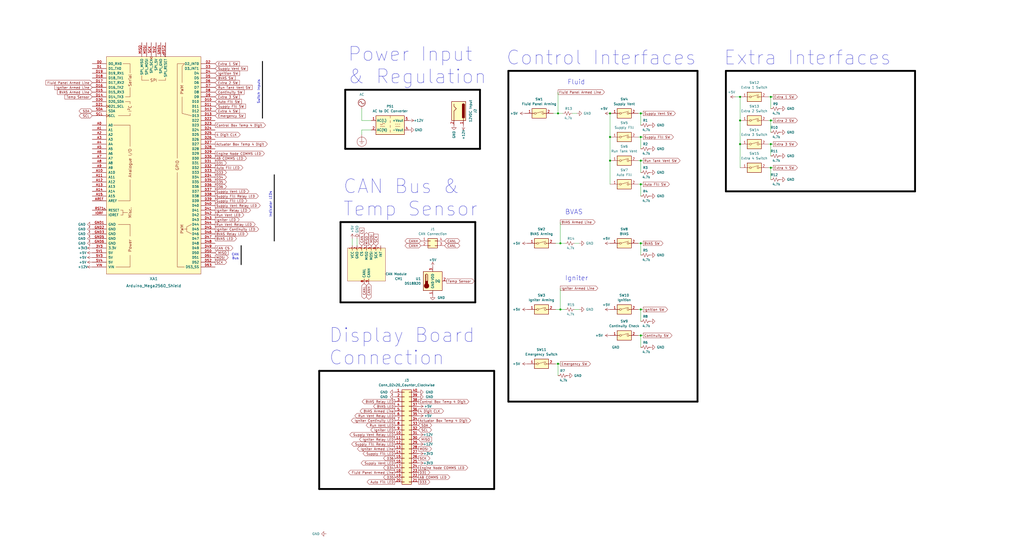
<source format=kicad_sch>
(kicad_sch (version 20211123) (generator eeschema)

  (uuid 1363abc9-a14f-4fba-8d73-4dda4c1878ba)

  (paper "User" 550.012 299.999)

  (title_block
    (title "Control Box Main Board")
    (date "2022-11-05")
  )

  

  (junction (at 414.02 90.17) (diameter 0) (color 0 0 0 0)
    (uuid 05da58a9-5376-42b1-b1da-7449f47b8959)
  )
  (junction (at 327.66 60.96) (diameter 0) (color 0 0 0 0)
    (uuid 0d113402-90e6-4c64-a0f9-56866e868ac6)
  )
  (junction (at 344.17 99.06) (diameter 0) (color 0 0 0 0)
    (uuid 162475a5-1bc0-4973-bf71-77d07a6d7491)
  )
  (junction (at 344.17 166.37) (diameter 0) (color 0 0 0 0)
    (uuid 29f92848-c818-437d-81b1-280eceea0007)
  )
  (junction (at 300.99 130.81) (diameter 0) (color 0 0 0 0)
    (uuid 2bab68bc-f3a4-47b9-a168-695c2c497026)
  )
  (junction (at 414.02 64.77) (diameter 0) (color 0 0 0 0)
    (uuid 3148eee8-a1d4-434a-bf01-50a67531c1f2)
  )
  (junction (at 299.72 60.96) (diameter 0) (color 0 0 0 0)
    (uuid 34f49ec5-32ca-4098-9daa-36a639d761b6)
  )
  (junction (at 299.72 195.58) (diameter 0) (color 0 0 0 0)
    (uuid 38e3c246-04a1-45d0-972c-4210156b5945)
  )
  (junction (at 397.51 52.07) (diameter 0) (color 0 0 0 0)
    (uuid 58c3f4f4-babc-4d7e-99e5-052802676b13)
  )
  (junction (at 300.99 166.37) (diameter 0) (color 0 0 0 0)
    (uuid 5ed71737-9ff7-4815-8e14-d48bd795b505)
  )
  (junction (at 414.02 77.47) (diameter 0) (color 0 0 0 0)
    (uuid 7992621c-9fa5-4b75-953c-a4095d6dfd71)
  )
  (junction (at 344.17 180.34) (diameter 0) (color 0 0 0 0)
    (uuid 92b0b06e-4929-44a9-a1c2-39d3d121d954)
  )
  (junction (at 344.17 86.36) (diameter 0) (color 0 0 0 0)
    (uuid 96181697-d0da-47f2-be43-e91dee2282dc)
  )
  (junction (at 344.17 130.81) (diameter 0) (color 0 0 0 0)
    (uuid a139f68a-0a22-4288-9309-5407edebe4ed)
  )
  (junction (at 344.17 60.96) (diameter 0) (color 0 0 0 0)
    (uuid aac05462-a835-4d81-bdef-d2ca38bba1de)
  )
  (junction (at 397.51 64.77) (diameter 0) (color 0 0 0 0)
    (uuid baad1e3a-fe01-4177-94d8-7a46700ee2b3)
  )
  (junction (at 344.17 73.66) (diameter 0) (color 0 0 0 0)
    (uuid bb635c9d-de5f-43e5-8e5c-841205d6e602)
  )
  (junction (at 327.66 86.36) (diameter 0) (color 0 0 0 0)
    (uuid be6e9158-7476-48a1-b435-dbe603296656)
  )
  (junction (at 397.51 77.47) (diameter 0) (color 0 0 0 0)
    (uuid d4fa6939-ce42-41c6-a769-3dc84ebb2646)
  )
  (junction (at 414.02 52.07) (diameter 0) (color 0 0 0 0)
    (uuid dd6b5386-ba3f-4911-814e-172a821ed1b9)
  )
  (junction (at 327.66 73.66) (diameter 0) (color 0 0 0 0)
    (uuid ffdba44e-dcf6-4697-b88e-0ea7f2f034d8)
  )

  (wire (pts (xy 299.72 195.58) (xy 300.99 195.58))
    (stroke (width 0) (type default) (color 0 0 0 0))
    (uuid 00fc18a5-d521-4749-9a13-f60dfce26b1f)
  )
  (polyline (pts (xy 255.27 119.38) (xy 182.88 119.38))
    (stroke (width 1) (type solid) (color 0 0 0 1))
    (uuid 0834d384-48d5-4432-848b-91861e039508)
  )

  (wire (pts (xy 344.17 166.37) (xy 344.17 172.72))
    (stroke (width 0) (type default) (color 0 0 0 0))
    (uuid 10ba38c1-5dd2-4dc3-8767-ad43c49358cc)
  )
  (wire (pts (xy 300.99 154.94) (xy 300.99 166.37))
    (stroke (width 0) (type default) (color 0 0 0 0))
    (uuid 10be2ef4-d28d-4ab6-9f14-d3ac48809adc)
  )
  (polyline (pts (xy 491.49 38.1) (xy 491.49 102.87))
    (stroke (width 1) (type solid) (color 0 0 0 1))
    (uuid 114ffc2f-f2f8-466b-96b7-fd7337337385)
  )
  (polyline (pts (xy 374.65 38.1) (xy 374.65 215.9))
    (stroke (width 1) (type solid) (color 0 0 0 1))
    (uuid 11c80098-9155-400a-b360-85aa45e255c4)
  )

  (wire (pts (xy 300.99 166.37) (xy 303.53 166.37))
    (stroke (width 0) (type default) (color 0 0 0 0))
    (uuid 133a8fe2-8701-4260-b881-8e2d6b6fc2cc)
  )
  (wire (pts (xy 414.02 52.07) (xy 415.29 52.07))
    (stroke (width 0) (type default) (color 0 0 0 0))
    (uuid 1759b8b7-70fc-4456-b021-4fb250105eea)
  )
  (wire (pts (xy 194.31 64.77) (xy 199.39 64.77))
    (stroke (width 0) (type default) (color 0 0 0 0))
    (uuid 226bd5f0-9112-4d24-9792-9fa99452f0cd)
  )
  (wire (pts (xy 199.39 69.85) (xy 194.31 69.85))
    (stroke (width 0) (type default) (color 0 0 0 0))
    (uuid 2990c8e7-e95f-4a73-8d18-03c690eea3b9)
  )
  (polyline (pts (xy 265.43 199.39) (xy 171.45 199.39))
    (stroke (width 1) (type solid) (color 0 0 0 1))
    (uuid 29cd7a96-e4c9-4674-adf5-72f4ca79c732)
  )

  (wire (pts (xy 327.66 60.96) (xy 327.66 73.66))
    (stroke (width 0) (type default) (color 0 0 0 0))
    (uuid 2b319e29-8a39-4ba1-bfbf-e3dee8bc9c73)
  )
  (wire (pts (xy 194.31 58.42) (xy 194.31 64.77))
    (stroke (width 0) (type default) (color 0 0 0 0))
    (uuid 3373a60a-afb5-4f8a-afa4-855faaacf3c2)
  )
  (polyline (pts (xy 255.27 119.38) (xy 255.27 162.56))
    (stroke (width 1) (type solid) (color 0 0 0 1))
    (uuid 338419cb-d127-493e-a133-8542ad9093fc)
  )

  (wire (pts (xy 342.9 86.36) (xy 344.17 86.36))
    (stroke (width 0) (type default) (color 0 0 0 0))
    (uuid 35217fe1-407d-4faf-b5a9-a44a36c0d6e2)
  )
  (polyline (pts (xy 389.89 102.87) (xy 491.49 102.87))
    (stroke (width 1) (type solid) (color 0 0 0 1))
    (uuid 39f297d0-1ce5-415a-a2f6-be4c96df3817)
  )

  (wire (pts (xy 345.44 180.34) (xy 344.17 180.34))
    (stroke (width 0) (type default) (color 0 0 0 0))
    (uuid 3d88b60a-5427-4717-86b7-3935730ae386)
  )
  (wire (pts (xy 414.02 90.17) (xy 415.29 90.17))
    (stroke (width 0) (type default) (color 0 0 0 0))
    (uuid 4210e98a-e940-4605-87f7-afe697f5542e)
  )
  (wire (pts (xy 298.45 166.37) (xy 300.99 166.37))
    (stroke (width 0) (type default) (color 0 0 0 0))
    (uuid 42bf037d-3d4b-43b1-bf7a-e0b50e7b2d1b)
  )
  (wire (pts (xy 342.9 99.06) (xy 344.17 99.06))
    (stroke (width 0) (type default) (color 0 0 0 0))
    (uuid 43d594d0-3769-476b-b292-67838b99dcfa)
  )
  (polyline (pts (xy 374.65 38.1) (xy 273.05 38.1))
    (stroke (width 1) (type solid) (color 0 0 0 1))
    (uuid 450677c8-6894-40f8-b38b-b849ca4df534)
  )
  (polyline (pts (xy 257.81 48.26) (xy 185.42 48.26))
    (stroke (width 1) (type solid) (color 0 0 0 1))
    (uuid 46852f54-87f4-40e4-8fbc-96c3ae78afd5)
  )
  (polyline (pts (xy 273.05 38.1) (xy 273.05 215.9))
    (stroke (width 1) (type solid) (color 0 0 0 1))
    (uuid 47d1d63a-b22a-4a58-9745-875e859caa0a)
  )

  (wire (pts (xy 412.75 52.07) (xy 414.02 52.07))
    (stroke (width 0) (type default) (color 0 0 0 0))
    (uuid 48e77b59-395b-44f1-843e-c6e5f966d917)
  )
  (wire (pts (xy 308.61 130.81) (xy 311.15 130.81))
    (stroke (width 0) (type default) (color 0 0 0 0))
    (uuid 4c38f139-148e-4b1a-a6a2-c058a118de56)
  )
  (polyline (pts (xy 265.43 199.39) (xy 265.43 262.89))
    (stroke (width 1) (type solid) (color 0 0 0 1))
    (uuid 4c82268b-17b2-441e-a21d-c661b6229cf4)
  )

  (wire (pts (xy 414.02 64.77) (xy 414.02 71.12))
    (stroke (width 0) (type default) (color 0 0 0 0))
    (uuid 54367f96-9f99-442a-bec7-6b59fc2a2c4e)
  )
  (polyline (pts (xy 182.88 119.38) (xy 182.88 162.56))
    (stroke (width 1) (type solid) (color 0 0 0 1))
    (uuid 5ee6b996-e5d7-4545-a2fa-403f716235c2)
  )

  (wire (pts (xy 397.51 52.07) (xy 397.51 64.77))
    (stroke (width 0) (type default) (color 0 0 0 0))
    (uuid 5f9811b6-642d-4b55-a9a4-066bc55cffdc)
  )
  (wire (pts (xy 298.45 195.58) (xy 299.72 195.58))
    (stroke (width 0) (type default) (color 0 0 0 0))
    (uuid 69ce69f4-0001-4be9-b8cd-ab0a500edfd5)
  )
  (wire (pts (xy 194.31 69.85) (xy 194.31 72.39))
    (stroke (width 0) (type default) (color 0 0 0 0))
    (uuid 6ac638ff-76b4-401b-b991-08976741a771)
  )
  (wire (pts (xy 299.72 195.58) (xy 299.72 201.93))
    (stroke (width 0) (type default) (color 0 0 0 0))
    (uuid 70492a20-e876-4e58-9aa5-dc15b23df592)
  )
  (wire (pts (xy 342.9 166.37) (xy 344.17 166.37))
    (stroke (width 0) (type default) (color 0 0 0 0))
    (uuid 723f0c2b-8c42-4ffa-900e-18fe560fa5be)
  )
  (wire (pts (xy 344.17 86.36) (xy 344.17 92.71))
    (stroke (width 0) (type default) (color 0 0 0 0))
    (uuid 78aae524-99a2-44cb-9562-d681d80ddda7)
  )
  (wire (pts (xy 414.02 52.07) (xy 414.02 58.42))
    (stroke (width 0) (type default) (color 0 0 0 0))
    (uuid 79155e62-7694-4b7c-8a13-ef8407853c75)
  )
  (wire (pts (xy 308.61 166.37) (xy 311.15 166.37))
    (stroke (width 0) (type default) (color 0 0 0 0))
    (uuid 7ae2cd4b-90cc-4322-a025-1be928be3a5f)
  )
  (wire (pts (xy 298.45 130.81) (xy 300.99 130.81))
    (stroke (width 0) (type default) (color 0 0 0 0))
    (uuid 7dd0fa24-925c-4eb1-a5dd-33cbb10dd205)
  )
  (wire (pts (xy 344.17 130.81) (xy 344.17 137.16))
    (stroke (width 0) (type default) (color 0 0 0 0))
    (uuid 7df10c62-22e6-490e-bad6-dae34b4e279e)
  )
  (polyline (pts (xy 185.42 80.01) (xy 257.81 80.01))
    (stroke (width 1) (type solid) (color 0 0 0 1))
    (uuid 873e7660-e756-471a-8357-002bd9e7f4ac)
  )
  (polyline (pts (xy 171.45 199.39) (xy 171.45 262.89))
    (stroke (width 1) (type solid) (color 0 0 0 1))
    (uuid 8ad69fef-f6e3-4542-830a-0171fd7f1bd4)
  )

  (wire (pts (xy 344.17 60.96) (xy 345.44 60.96))
    (stroke (width 0) (type default) (color 0 0 0 0))
    (uuid 8d288f43-f0cb-488f-ab8c-aee85e092eb0)
  )
  (wire (pts (xy 327.66 86.36) (xy 327.66 99.06))
    (stroke (width 0) (type default) (color 0 0 0 0))
    (uuid 8eb9e838-ada0-4089-b73e-1f9bf8614305)
  )
  (wire (pts (xy 300.99 119.38) (xy 300.99 130.81))
    (stroke (width 0) (type default) (color 0 0 0 0))
    (uuid 917bd57b-4cff-4442-a435-6916f4569437)
  )
  (wire (pts (xy 297.18 60.96) (xy 299.72 60.96))
    (stroke (width 0) (type default) (color 0 0 0 0))
    (uuid 922bf958-79c3-4d02-be49-9cbee3dc3a75)
  )
  (wire (pts (xy 299.72 49.53) (xy 299.72 60.96))
    (stroke (width 0) (type default) (color 0 0 0 0))
    (uuid 9679a7bb-74af-4739-8056-d2ca372ee37b)
  )
  (wire (pts (xy 414.02 77.47) (xy 414.02 83.82))
    (stroke (width 0) (type default) (color 0 0 0 0))
    (uuid 99d6b15d-4e35-4e89-b974-cfc70658678c)
  )
  (wire (pts (xy 191.77 128.27) (xy 191.77 132.08))
    (stroke (width 0) (type default) (color 0 0 0 0))
    (uuid 9b07699b-a9f5-4b70-a7ab-af800e7f2bca)
  )
  (polyline (pts (xy 147.32 93.98) (xy 147.32 129.54))
    (stroke (width 0.5) (type solid) (color 0 0 0 1))
    (uuid a029087d-5afd-45a7-b2c4-be9aba5eac84)
  )

  (wire (pts (xy 412.75 64.77) (xy 414.02 64.77))
    (stroke (width 0) (type default) (color 0 0 0 0))
    (uuid a7f4f8b7-2b1a-488a-ab33-86d600cf636d)
  )
  (polyline (pts (xy 389.89 38.1) (xy 389.89 102.87))
    (stroke (width 1) (type solid) (color 0 0 0 1))
    (uuid a819b682-5b95-48d2-8070-31e284ad710c)
  )

  (wire (pts (xy 342.9 73.66) (xy 344.17 73.66))
    (stroke (width 0) (type default) (color 0 0 0 0))
    (uuid a90c066c-a44b-436f-a9b8-0d65e8f6ca51)
  )
  (polyline (pts (xy 182.88 162.56) (xy 255.27 162.56))
    (stroke (width 1) (type solid) (color 0 0 0 1))
    (uuid af7c06df-0cff-42e8-bdbe-01b7111bf2d8)
  )

  (wire (pts (xy 412.75 90.17) (xy 414.02 90.17))
    (stroke (width 0) (type default) (color 0 0 0 0))
    (uuid b18a9d67-b09a-4667-97b6-e1f9d8cda055)
  )
  (wire (pts (xy 344.17 180.34) (xy 342.9 180.34))
    (stroke (width 0) (type default) (color 0 0 0 0))
    (uuid b2c1828b-db30-4603-b519-0c5522647713)
  )
  (wire (pts (xy 394.97 52.07) (xy 397.51 52.07))
    (stroke (width 0) (type default) (color 0 0 0 0))
    (uuid ba19d0ea-6ed4-4c15-a8a3-dcc70b2a499b)
  )
  (polyline (pts (xy 185.42 48.26) (xy 185.42 80.01))
    (stroke (width 1) (type solid) (color 0 0 0 1))
    (uuid ba619455-9ac9-4dae-bdf1-9f47a30d61bc)
  )

  (wire (pts (xy 344.17 180.34) (xy 344.17 186.69))
    (stroke (width 0) (type default) (color 0 0 0 0))
    (uuid bec8de29-28b5-4bf3-9802-be180a902729)
  )
  (wire (pts (xy 344.17 130.81) (xy 345.44 130.81))
    (stroke (width 0) (type default) (color 0 0 0 0))
    (uuid c330dd60-d625-4cf2-8d16-748e7db29838)
  )
  (wire (pts (xy 414.02 64.77) (xy 415.29 64.77))
    (stroke (width 0) (type default) (color 0 0 0 0))
    (uuid cb98e5b5-9d10-403f-950d-456250b95ad4)
  )
  (polyline (pts (xy 129.54 132.08) (xy 129.54 142.24))
    (stroke (width 0.5) (type solid) (color 0 0 0 1))
    (uuid d09e833c-8a6a-495b-868f-948f8f8d438e)
  )

  (wire (pts (xy 344.17 73.66) (xy 344.17 80.01))
    (stroke (width 0) (type default) (color 0 0 0 0))
    (uuid d1899d82-cc3c-4b55-9bc7-6117de2cfca8)
  )
  (wire (pts (xy 344.17 73.66) (xy 345.44 73.66))
    (stroke (width 0) (type default) (color 0 0 0 0))
    (uuid d1eaca62-644c-4702-9bd6-8d9027588504)
  )
  (wire (pts (xy 414.02 90.17) (xy 414.02 96.52))
    (stroke (width 0) (type default) (color 0 0 0 0))
    (uuid d5f2afd7-ce34-4142-99c0-9f6d0aa3dba4)
  )
  (wire (pts (xy 344.17 99.06) (xy 344.17 105.41))
    (stroke (width 0) (type default) (color 0 0 0 0))
    (uuid d7a408c2-b9df-4bcb-beed-794b257bacda)
  )
  (wire (pts (xy 189.23 128.27) (xy 189.23 132.08))
    (stroke (width 0) (type default) (color 0 0 0 0))
    (uuid d8022b88-5967-457f-b892-f6c7c744e32e)
  )
  (wire (pts (xy 414.02 77.47) (xy 415.29 77.47))
    (stroke (width 0) (type default) (color 0 0 0 0))
    (uuid d9b1ca8e-4f0f-4d5c-b8aa-2b9fa0751bc2)
  )
  (wire (pts (xy 327.66 73.66) (xy 327.66 86.36))
    (stroke (width 0) (type default) (color 0 0 0 0))
    (uuid dce51b70-3c43-4886-a11c-fba04a4a508f)
  )
  (wire (pts (xy 300.99 130.81) (xy 303.53 130.81))
    (stroke (width 0) (type default) (color 0 0 0 0))
    (uuid dd422546-cd6d-42bd-ba32-e83aa26c3e06)
  )
  (wire (pts (xy 344.17 99.06) (xy 345.44 99.06))
    (stroke (width 0) (type default) (color 0 0 0 0))
    (uuid df3c4b0a-87ef-4bc7-b2e8-5572e1d71cf4)
  )
  (wire (pts (xy 344.17 60.96) (xy 344.17 67.31))
    (stroke (width 0) (type default) (color 0 0 0 0))
    (uuid e0e6a82b-a08d-431e-9563-575ba67a9705)
  )
  (polyline (pts (xy 273.05 215.9) (xy 374.65 215.9))
    (stroke (width 1) (type solid) (color 0 0 0 1))
    (uuid e2ef1fb8-07f2-430e-b107-5780b5952f34)
  )
  (polyline (pts (xy 140.97 33.02) (xy 140.97 63.5))
    (stroke (width 0.5) (type solid) (color 0 0 0 1))
    (uuid e3c3a5bb-1970-4662-95ab-634c91d2638c)
  )
  (polyline (pts (xy 257.81 48.26) (xy 257.81 80.01))
    (stroke (width 1) (type solid) (color 0 0 0 1))
    (uuid e4276502-419e-4eab-b80c-9615fe57129a)
  )

  (wire (pts (xy 344.17 86.36) (xy 345.44 86.36))
    (stroke (width 0) (type default) (color 0 0 0 0))
    (uuid e7611e83-f50f-48b7-ac07-085d76a65d7f)
  )
  (wire (pts (xy 344.17 166.37) (xy 345.44 166.37))
    (stroke (width 0) (type default) (color 0 0 0 0))
    (uuid e9cdb115-f904-45aa-8d21-523d8a77dc9c)
  )
  (wire (pts (xy 342.9 130.81) (xy 344.17 130.81))
    (stroke (width 0) (type default) (color 0 0 0 0))
    (uuid ed0ba512-3e65-4057-9cf4-9d921c22d57f)
  )
  (wire (pts (xy 342.9 60.96) (xy 344.17 60.96))
    (stroke (width 0) (type default) (color 0 0 0 0))
    (uuid eee003b8-d0bb-4e95-8e55-74c606c96e15)
  )
  (wire (pts (xy 397.51 77.47) (xy 397.51 90.17))
    (stroke (width 0) (type default) (color 0 0 0 0))
    (uuid efbceb8b-e996-471f-8672-8b0faae2283b)
  )
  (polyline (pts (xy 171.45 262.89) (xy 265.43 262.89))
    (stroke (width 1) (type solid) (color 0 0 0 1))
    (uuid f02ea363-4d13-4959-8211-56c7fa421750)
  )
  (polyline (pts (xy 491.49 38.1) (xy 389.89 38.1))
    (stroke (width 1) (type solid) (color 0 0 0 1))
    (uuid f0d4ac1b-1c5a-4fe8-8186-e8d527fef9c8)
  )

  (wire (pts (xy 299.72 60.96) (xy 302.26 60.96))
    (stroke (width 0) (type default) (color 0 0 0 0))
    (uuid f1458fc6-cfdc-417c-8d50-9162fa9c3887)
  )
  (wire (pts (xy 307.34 60.96) (xy 309.88 60.96))
    (stroke (width 0) (type default) (color 0 0 0 0))
    (uuid f7a15c10-d066-4f13-ad78-3243ed544b0a)
  )
  (wire (pts (xy 412.75 77.47) (xy 414.02 77.47))
    (stroke (width 0) (type default) (color 0 0 0 0))
    (uuid fae4f3fc-cb0e-4e28-bebf-a9cc29028ddc)
  )
  (wire (pts (xy 397.51 64.77) (xy 397.51 77.47))
    (stroke (width 0) (type default) (color 0 0 0 0))
    (uuid fcb17280-65c9-4d07-8540-9b1cf069fcf9)
  )

  (text "Power Input\n& Regulation" (at 186.69 45.72 0)
    (effects (font (size 7.5 7.5)) (justify left bottom))
    (uuid 0f6c7f0f-a4a5-429a-a486-32f0559f35b4)
  )
  (text "CAN\nBus" (at 128.27 139.7 180)
    (effects (font (size 1.27 1.27)) (justify right bottom))
    (uuid 1143fe75-6a77-44fc-805f-4b9b86e9e423)
  )
  (text "CAN Bus &\nTemp Sensor" (at 184.15 116.84 0)
    (effects (font (size 7.5 7.5)) (justify left bottom))
    (uuid 21b007fc-f271-4a56-934d-812c1b28028e)
  )
  (text "Igniter" (at 303.53 151.13 0)
    (effects (font (size 2.54 2.54)) (justify left bottom))
    (uuid 4c3ba1b5-ddf0-47a6-936f-a1dae4832762)
  )
  (text "Switch Inputs" (at 139.7 55.88 90)
    (effects (font (size 1.27 1.27)) (justify left bottom))
    (uuid 51446f13-8575-4ac7-80fd-7ea3526d8e3f)
  )
  (text "Control Interfaces" (at 271.78 35.56 0)
    (effects (font (size 7.5 7.5)) (justify left bottom))
    (uuid 552dd7d5-12f6-44b8-978b-e273ba26cef5)
  )
  (text "Fluid" (at 304.8 45.72 0)
    (effects (font (size 2.54 2.54)) (justify left bottom))
    (uuid 64301ceb-38e8-409e-8a2a-c70cdcd3d795)
  )
  (text "Indicator LEDs" (at 146.05 116.84 90)
    (effects (font (size 1.27 1.27)) (justify left bottom))
    (uuid 652e6e72-2e3b-4ed1-99a8-dea15910cf5c)
  )
  (text "Extra Interfaces" (at 388.62 35.56 0)
    (effects (font (size 7.5 7.5)) (justify left bottom))
    (uuid 8d779a1b-c4d4-45dd-b4f5-2d399882e92e)
  )
  (text "BVAS" (at 303.53 115.57 0)
    (effects (font (size 2.54 2.54)) (justify left bottom))
    (uuid b8ed4db4-1b84-405d-ac15-7b84c88e0af9)
  )
  (text "Display Board\nConnection" (at 176.53 196.85 0)
    (effects (font (size 7.5 7.5)) (justify left bottom))
    (uuid be1728ae-135c-482e-912a-87c27f37594a)
  )

  (global_label "BVAS Relay LED" (shape output) (at 212.09 215.9 180) (fields_autoplaced)
    (effects (font (size 1.27 1.27)) (justify right))
    (uuid 017af4fd-469b-4b9b-aff1-73bea31cde63)
    (property "Intersheet References" "${INTERSHEET_REFS}" (id 0) (at 194.4974 215.9794 0)
      (effects (font (size 1.27 1.27)) (justify right) hide)
    )
  )
  (global_label "SCK" (shape input) (at 201.93 132.08 90) (fields_autoplaced)
    (effects (font (size 1.27 1.27)) (justify left))
    (uuid 0225b3f4-1d47-457d-b90f-4849cd9b8da9)
    (property "Intersheet References" "${INTERSHEET_REFS}" (id 0) (at 201.8506 125.9174 90)
      (effects (font (size 1.27 1.27)) (justify left) hide)
    )
  )
  (global_label "D35" (shape output) (at 115.57 97.79 0) (fields_autoplaced)
    (effects (font (size 1.27 1.27)) (justify left))
    (uuid 07827536-9b6d-4433-9c49-f6dfd292e688)
    (property "Intersheet References" "${INTERSHEET_REFS}" (id 0) (at 121.6721 97.7106 0)
      (effects (font (size 1.27 1.27)) (justify left) hide)
    )
  )
  (global_label "AB COMMS LED" (shape output) (at 224.79 256.54 0) (fields_autoplaced)
    (effects (font (size 1.27 1.27)) (justify left))
    (uuid 10cfebc1-c2c7-48de-8f11-508fdac8b471)
    (property "Intersheet References" "${INTERSHEET_REFS}" (id 0) (at 241.6569 256.4606 0)
      (effects (font (size 1.27 1.27)) (justify left) hide)
    )
  )
  (global_label "Supply Fill LED" (shape output) (at 212.09 243.84 180) (fields_autoplaced)
    (effects (font (size 1.27 1.27)) (justify right))
    (uuid 11aeecd1-5187-4d0b-bcd5-e52633a182a6)
    (property "Intersheet References" "${INTERSHEET_REFS}" (id 0) (at 194.9812 243.9194 0)
      (effects (font (size 1.27 1.27)) (justify right) hide)
    )
  )
  (global_label "AB COMMS LED" (shape output) (at 115.57 85.09 0) (fields_autoplaced)
    (effects (font (size 1.27 1.27)) (justify left))
    (uuid 13ef3c10-56ec-411d-8272-f4534fcf3e73)
    (property "Intersheet References" "${INTERSHEET_REFS}" (id 0) (at 132.4369 85.0106 0)
      (effects (font (size 1.27 1.27)) (justify left) hide)
    )
  )
  (global_label "Igniter Continuity LED" (shape output) (at 212.09 226.06 180) (fields_autoplaced)
    (effects (font (size 1.27 1.27)) (justify right))
    (uuid 15082243-e16f-4d12-ad27-8d8541bd0db6)
    (property "Intersheet References" "${INTERSHEET_REFS}" (id 0) (at 188.6917 226.1394 0)
      (effects (font (size 1.27 1.27)) (justify right) hide)
    )
  )
  (global_label "Igniter Armed Line" (shape output) (at 212.09 241.3 180) (fields_autoplaced)
    (effects (font (size 1.27 1.27)) (justify right))
    (uuid 16c187ab-52fd-40e7-b86b-644de921a3cf)
    (property "Intersheet References" "${INTERSHEET_REFS}" (id 0) (at 191.9574 241.2206 0)
      (effects (font (size 1.27 1.27)) (justify right) hide)
    )
  )
  (global_label "Igniter Armed Line" (shape input) (at 49.53 46.99 180) (fields_autoplaced)
    (effects (font (size 1.27 1.27)) (justify right))
    (uuid 176f1336-980c-4aca-975b-e90ab7299924)
    (property "Intersheet References" "${INTERSHEET_REFS}" (id 0) (at 29.3974 46.9106 0)
      (effects (font (size 1.27 1.27)) (justify right) hide)
    )
  )
  (global_label "Extra 2 SW" (shape output) (at 415.29 64.77 0) (fields_autoplaced)
    (effects (font (size 1.27 1.27)) (justify left))
    (uuid 17b9ad6f-f018-4878-b68c-9c3f631d5d0b)
    (property "Intersheet References" "${INTERSHEET_REFS}" (id 0) (at 428.3469 64.6906 0)
      (effects (font (size 1.27 1.27)) (justify left) hide)
    )
  )
  (global_label "BVAS Relay LED" (shape output) (at 115.57 125.73 0) (fields_autoplaced)
    (effects (font (size 1.27 1.27)) (justify left))
    (uuid 1ac2731d-b54b-4e20-bfa3-ed0f85588b0a)
    (property "Intersheet References" "${INTERSHEET_REFS}" (id 0) (at 133.1626 125.6506 0)
      (effects (font (size 1.27 1.27)) (justify left) hide)
    )
  )
  (global_label "D31" (shape output) (at 224.79 254 0) (fields_autoplaced)
    (effects (font (size 1.27 1.27)) (justify left))
    (uuid 1ac425df-c7da-431f-bbc1-68eb5a7bfc64)
    (property "Intersheet References" "${INTERSHEET_REFS}" (id 0) (at 230.8921 253.9206 0)
      (effects (font (size 1.27 1.27)) (justify left) hide)
    )
  )
  (global_label "CANH" (shape bidirectional) (at 226.06 132.08 180) (fields_autoplaced)
    (effects (font (size 1.27 1.27)) (justify right))
    (uuid 1e2cc32c-2707-45cb-8b86-98010f3785e0)
    (property "Intersheet References" "${INTERSHEET_REFS}" (id 0) (at 218.6274 132.0006 0)
      (effects (font (size 1.27 1.27)) (justify right) hide)
    )
  )
  (global_label "Igniter LED" (shape output) (at 115.57 118.11 0) (fields_autoplaced)
    (effects (font (size 1.27 1.27)) (justify left))
    (uuid 2370eda5-7e1f-4adb-9ebf-c70c593920f3)
    (property "Intersheet References" "${INTERSHEET_REFS}" (id 0) (at 128.506 118.0306 0)
      (effects (font (size 1.27 1.27)) (justify left) hide)
    )
  )
  (global_label "MOSI" (shape output) (at 115.57 138.43 0) (fields_autoplaced)
    (effects (font (size 1.27 1.27)) (justify left))
    (uuid 24e61c20-f497-4163-9d2f-2c5fd6f28626)
    (property "Intersheet References" "${INTERSHEET_REFS}" (id 0) (at 122.5793 138.3506 0)
      (effects (font (size 1.27 1.27)) (justify left) hide)
    )
  )
  (global_label "Supply Fill Relay LED" (shape output) (at 115.57 105.41 0) (fields_autoplaced)
    (effects (font (size 1.27 1.27)) (justify left))
    (uuid 2645243b-581c-461f-88ee-0113e481257c)
    (property "Intersheet References" "${INTERSHEET_REFS}" (id 0) (at 138.7869 105.3306 0)
      (effects (font (size 1.27 1.27)) (justify left) hide)
    )
  )
  (global_label "SDA" (shape bidirectional) (at 49.53 59.69 180) (fields_autoplaced)
    (effects (font (size 1.27 1.27)) (justify right))
    (uuid 27713f27-6c6a-4329-984a-b11cb92d1ac9)
    (property "Intersheet References" "${INTERSHEET_REFS}" (id 0) (at 43.5488 59.6106 0)
      (effects (font (size 1.27 1.27)) (justify right) hide)
    )
  )
  (global_label "CANL" (shape bidirectional) (at 195.58 152.4 270) (fields_autoplaced)
    (effects (font (size 1.27 1.27)) (justify right))
    (uuid 28112eb7-e902-413a-8e0f-726a2fc49779)
    (property "Intersheet References" "${INTERSHEET_REFS}" (id 0) (at 195.5006 159.5302 90)
      (effects (font (size 1.27 1.27)) (justify right) hide)
    )
  )
  (global_label "Extra 1 SW" (shape input) (at 115.57 34.29 0) (fields_autoplaced)
    (effects (font (size 1.27 1.27)) (justify left))
    (uuid 281b6a13-f4e3-4dd3-8de4-747a1a1a779c)
    (property "Intersheet References" "${INTERSHEET_REFS}" (id 0) (at 128.6269 34.2106 0)
      (effects (font (size 1.27 1.27)) (justify left) hide)
    )
  )
  (global_label "D35" (shape output) (at 212.09 256.54 180) (fields_autoplaced)
    (effects (font (size 1.27 1.27)) (justify right))
    (uuid 2cddb7ae-eaa3-4aca-84ab-c2c489630766)
    (property "Intersheet References" "${INTERSHEET_REFS}" (id 0) (at 205.9879 256.6194 0)
      (effects (font (size 1.27 1.27)) (justify right) hide)
    )
  )
  (global_label "Supply Vent Relay LED" (shape output) (at 115.57 110.49 0) (fields_autoplaced)
    (effects (font (size 1.27 1.27)) (justify left))
    (uuid 2e04346d-194b-4c9a-bda6-8e236e927ae9)
    (property "Intersheet References" "${INTERSHEET_REFS}" (id 0) (at 139.815 110.4106 0)
      (effects (font (size 1.27 1.27)) (justify left) hide)
    )
  )
  (global_label "Supply Vent LED" (shape output) (at 212.09 248.92 180) (fields_autoplaced)
    (effects (font (size 1.27 1.27)) (justify right))
    (uuid 2f07d6a7-ec62-4cf0-a935-1d0a580250d6)
    (property "Intersheet References" "${INTERSHEET_REFS}" (id 0) (at 193.9531 248.9994 0)
      (effects (font (size 1.27 1.27)) (justify right) hide)
    )
  )
  (global_label "D34" (shape output) (at 212.09 251.46 180) (fields_autoplaced)
    (effects (font (size 1.27 1.27)) (justify right))
    (uuid 2f43c2b1-89cd-462a-964b-d83d4ea18e1f)
    (property "Intersheet References" "${INTERSHEET_REFS}" (id 0) (at 205.9879 251.3806 0)
      (effects (font (size 1.27 1.27)) (justify right) hide)
    )
  )
  (global_label "SCL" (shape bidirectional) (at 224.79 231.14 0) (fields_autoplaced)
    (effects (font (size 1.27 1.27)) (justify left))
    (uuid 3244c476-b043-418e-9df3-24904accc903)
    (property "Intersheet References" "${INTERSHEET_REFS}" (id 0) (at 230.7107 231.2194 0)
      (effects (font (size 1.27 1.27)) (justify left) hide)
    )
  )
  (global_label "Fluid Panel Armed Line" (shape output) (at 212.09 254 180) (fields_autoplaced)
    (effects (font (size 1.27 1.27)) (justify right))
    (uuid 338a4ec6-19ee-4f9e-81e4-b050c53fcc36)
    (property "Intersheet References" "${INTERSHEET_REFS}" (id 0) (at 187.1193 253.9206 0)
      (effects (font (size 1.27 1.27)) (justify right) hide)
    )
  )
  (global_label "Extra 3 SW" (shape input) (at 115.57 52.07 0) (fields_autoplaced)
    (effects (font (size 1.27 1.27)) (justify left))
    (uuid 36bfd5eb-6928-4560-b9d5-19ce3f1467c8)
    (property "Intersheet References" "${INTERSHEET_REFS}" (id 0) (at 128.6269 51.9906 0)
      (effects (font (size 1.27 1.27)) (justify left) hide)
    )
  )
  (global_label "D33" (shape output) (at 115.57 92.71 0) (fields_autoplaced)
    (effects (font (size 1.27 1.27)) (justify left))
    (uuid 370c73f1-a9b0-4835-a7e1-9064e9447da0)
    (property "Intersheet References" "${INTERSHEET_REFS}" (id 0) (at 121.6721 92.6306 0)
      (effects (font (size 1.27 1.27)) (justify left) hide)
    )
  )
  (global_label "Temp Sensor" (shape output) (at 240.03 151.13 0) (fields_autoplaced)
    (effects (font (size 1.27 1.27)) (justify left))
    (uuid 3842817b-379f-44b0-94b8-4f0fbe1079fd)
    (property "Intersheet References" "${INTERSHEET_REFS}" (id 0) (at 254.7198 151.0506 0)
      (effects (font (size 1.27 1.27)) (justify left) hide)
    )
  )
  (global_label "Continuity SW" (shape output) (at 345.44 180.34 0) (fields_autoplaced)
    (effects (font (size 1.27 1.27)) (justify left))
    (uuid 3918c7b0-e52f-4820-8f06-7c2b33ad52db)
    (property "Intersheet References" "${INTERSHEET_REFS}" (id 0) (at 360.9764 180.2606 0)
      (effects (font (size 1.27 1.27)) (justify left) hide)
    )
  )
  (global_label "Auto Fill LED" (shape output) (at 212.09 259.08 180) (fields_autoplaced)
    (effects (font (size 1.27 1.27)) (justify right))
    (uuid 3ae85678-0aa2-4cf9-9228-af4c2eb6caaa)
    (property "Intersheet References" "${INTERSHEET_REFS}" (id 0) (at 197.1583 259.1594 0)
      (effects (font (size 1.27 1.27)) (justify right) hide)
    )
  )
  (global_label "BVAS LED" (shape output) (at 115.57 128.27 0) (fields_autoplaced)
    (effects (font (size 1.27 1.27)) (justify left))
    (uuid 3caae073-6010-491e-9130-8d0dfd2bbf88)
    (property "Intersheet References" "${INTERSHEET_REFS}" (id 0) (at 127.0545 128.1906 0)
      (effects (font (size 1.27 1.27)) (justify left) hide)
    )
  )
  (global_label "D34" (shape output) (at 115.57 95.25 0) (fields_autoplaced)
    (effects (font (size 1.27 1.27)) (justify left))
    (uuid 3f1da7ee-acf7-4c7d-b11f-5b72752767f4)
    (property "Intersheet References" "${INTERSHEET_REFS}" (id 0) (at 121.6721 95.3294 0)
      (effects (font (size 1.27 1.27)) (justify left) hide)
    )
  )
  (global_label "Supply Vent SW" (shape output) (at 345.44 60.96 0) (fields_autoplaced)
    (effects (font (size 1.27 1.27)) (justify left))
    (uuid 416b8ec0-e011-407b-874c-2c614ac9bae3)
    (property "Intersheet References" "${INTERSHEET_REFS}" (id 0) (at 362.7907 60.8806 0)
      (effects (font (size 1.27 1.27)) (justify left) hide)
    )
  )
  (global_label "Emergency SW" (shape input) (at 115.57 62.23 0) (fields_autoplaced)
    (effects (font (size 1.27 1.27)) (justify left))
    (uuid 4305f40a-0a41-44b4-98c8-405bfd8f8ab4)
    (property "Intersheet References" "${INTERSHEET_REFS}" (id 0) (at 131.7717 62.1506 0)
      (effects (font (size 1.27 1.27)) (justify left) hide)
    )
  )
  (global_label "CANH" (shape bidirectional) (at 226.06 129.54 180) (fields_autoplaced)
    (effects (font (size 1.27 1.27)) (justify right))
    (uuid 45ddb22b-fec6-4d5a-838e-60988bb77562)
    (property "Intersheet References" "${INTERSHEET_REFS}" (id 0) (at 218.6274 129.6194 0)
      (effects (font (size 1.27 1.27)) (justify right) hide)
    )
  )
  (global_label "MOSI" (shape output) (at 224.79 241.3 0) (fields_autoplaced)
    (effects (font (size 1.27 1.27)) (justify left))
    (uuid 4ad396aa-ccd0-4181-a13a-534fa85488a0)
    (property "Intersheet References" "${INTERSHEET_REFS}" (id 0) (at 231.7993 241.2206 0)
      (effects (font (size 1.27 1.27)) (justify left) hide)
    )
  )
  (global_label "CANL" (shape bidirectional) (at 238.76 132.08 0) (fields_autoplaced)
    (effects (font (size 1.27 1.27)) (justify left))
    (uuid 4bed0da8-5cf8-46b8-9745-a0d95807b8dd)
    (property "Intersheet References" "${INTERSHEET_REFS}" (id 0) (at 245.8902 132.1594 0)
      (effects (font (size 1.27 1.27)) (justify left) hide)
    )
  )
  (global_label "Supply Fill Relay LED" (shape output) (at 212.09 238.76 180) (fields_autoplaced)
    (effects (font (size 1.27 1.27)) (justify right))
    (uuid 4d97f3f9-55c3-4a1c-9b85-4078290975b8)
    (property "Intersheet References" "${INTERSHEET_REFS}" (id 0) (at 188.8731 238.8394 0)
      (effects (font (size 1.27 1.27)) (justify right) hide)
    )
  )
  (global_label "BVAS SW" (shape output) (at 345.44 130.81 0) (fields_autoplaced)
    (effects (font (size 1.27 1.27)) (justify left))
    (uuid 4e509e0d-7ad9-4ed1-a09b-ec1178a3135d)
    (property "Intersheet References" "${INTERSHEET_REFS}" (id 0) (at 356.1383 130.7306 0)
      (effects (font (size 1.27 1.27)) (justify left) hide)
    )
  )
  (global_label "CANH" (shape bidirectional) (at 198.12 152.4 270) (fields_autoplaced)
    (effects (font (size 1.27 1.27)) (justify right))
    (uuid 50068200-5db5-4068-8343-356e4fd55c01)
    (property "Intersheet References" "${INTERSHEET_REFS}" (id 0) (at 198.0406 159.8326 90)
      (effects (font (size 1.27 1.27)) (justify right) hide)
    )
  )
  (global_label "BVAS Armed Line" (shape input) (at 49.53 49.53 180) (fields_autoplaced)
    (effects (font (size 1.27 1.27)) (justify right))
    (uuid 50a05bd9-9cbf-4400-8308-f25c18cb971f)
    (property "Intersheet References" "${INTERSHEET_REFS}" (id 0) (at 30.8488 49.4506 0)
      (effects (font (size 1.27 1.27)) (justify right) hide)
    )
  )
  (global_label "BVAS Armed Line" (shape output) (at 300.99 119.38 0) (fields_autoplaced)
    (effects (font (size 1.27 1.27)) (justify left))
    (uuid 50b0696c-a48d-4b57-84fc-d789da597735)
    (property "Intersheet References" "${INTERSHEET_REFS}" (id 0) (at 319.6712 119.3006 0)
      (effects (font (size 1.27 1.27)) (justify left) hide)
    )
  )
  (global_label "4 Digit CLK" (shape output) (at 115.57 72.39 0) (fields_autoplaced)
    (effects (font (size 1.27 1.27)) (justify left))
    (uuid 51a32561-9644-4cfc-bfa5-c8953b2eebbe)
    (property "Intersheet References" "${INTERSHEET_REFS}" (id 0) (at 129.0502 72.3106 0)
      (effects (font (size 1.27 1.27)) (justify left) hide)
    )
  )
  (global_label "Igniter LED" (shape output) (at 212.09 231.14 180) (fields_autoplaced)
    (effects (font (size 1.27 1.27)) (justify right))
    (uuid 5de986b0-d4bc-4756-99bb-ec9c22fab575)
    (property "Intersheet References" "${INTERSHEET_REFS}" (id 0) (at 199.154 231.2194 0)
      (effects (font (size 1.27 1.27)) (justify right) hide)
    )
  )
  (global_label "Run Tank Vent SW" (shape output) (at 345.44 86.36 0) (fields_autoplaced)
    (effects (font (size 1.27 1.27)) (justify left))
    (uuid 60093095-6185-497d-a312-3c49fe286d2a)
    (property "Intersheet References" "${INTERSHEET_REFS}" (id 0) (at 365.3307 86.2806 0)
      (effects (font (size 1.27 1.27)) (justify left) hide)
    )
  )
  (global_label "Ignition SW" (shape output) (at 345.44 166.37 0) (fields_autoplaced)
    (effects (font (size 1.27 1.27)) (justify left))
    (uuid 66e21173-1afc-4637-adc5-ec22f2250c40)
    (property "Intersheet References" "${INTERSHEET_REFS}" (id 0) (at 358.6179 166.2906 0)
      (effects (font (size 1.27 1.27)) (justify left) hide)
    )
  )
  (global_label "Supply Vent LED" (shape output) (at 115.57 102.87 0) (fields_autoplaced)
    (effects (font (size 1.27 1.27)) (justify left))
    (uuid 687946ac-0582-46c8-a085-f85608f8b1d8)
    (property "Intersheet References" "${INTERSHEET_REFS}" (id 0) (at 133.7069 102.7906 0)
      (effects (font (size 1.27 1.27)) (justify left) hide)
    )
  )
  (global_label "MISO" (shape input) (at 115.57 135.89 0) (fields_autoplaced)
    (effects (font (size 1.27 1.27)) (justify left))
    (uuid 6894f21d-504c-486e-bbef-1cd9d4b59666)
    (property "Intersheet References" "${INTERSHEET_REFS}" (id 0) (at 122.5793 135.8106 0)
      (effects (font (size 1.27 1.27)) (justify left) hide)
    )
  )
  (global_label "SCK" (shape output) (at 115.57 140.97 0) (fields_autoplaced)
    (effects (font (size 1.27 1.27)) (justify left))
    (uuid 693a8f35-165a-4ae9-9e4d-81a56edc6d7c)
    (property "Intersheet References" "${INTERSHEET_REFS}" (id 0) (at 121.7326 140.8906 0)
      (effects (font (size 1.27 1.27)) (justify left) hide)
    )
  )
  (global_label "SCL" (shape bidirectional) (at 49.53 62.23 180) (fields_autoplaced)
    (effects (font (size 1.27 1.27)) (justify right))
    (uuid 6c4e2c1a-ee35-4d3d-8d0d-ee5387285f26)
    (property "Intersheet References" "${INTERSHEET_REFS}" (id 0) (at 43.6093 62.1506 0)
      (effects (font (size 1.27 1.27)) (justify right) hide)
    )
  )
  (global_label "MOSI" (shape input) (at 199.39 132.08 90) (fields_autoplaced)
    (effects (font (size 1.27 1.27)) (justify left))
    (uuid 747f8eef-c3f7-4805-a272-75ef94ef149a)
    (property "Intersheet References" "${INTERSHEET_REFS}" (id 0) (at 199.3106 125.0707 90)
      (effects (font (size 1.27 1.27)) (justify left) hide)
    )
  )
  (global_label "Extra 2 SW" (shape input) (at 115.57 44.45 0) (fields_autoplaced)
    (effects (font (size 1.27 1.27)) (justify left))
    (uuid 7a030d61-be89-4754-9add-fe099a800686)
    (property "Intersheet References" "${INTERSHEET_REFS}" (id 0) (at 128.6269 44.3706 0)
      (effects (font (size 1.27 1.27)) (justify left) hide)
    )
  )
  (global_label "Auto Fill LED" (shape output) (at 115.57 90.17 0) (fields_autoplaced)
    (effects (font (size 1.27 1.27)) (justify left))
    (uuid 7e68a1d8-e00d-4c65-9cbd-e03596501b69)
    (property "Intersheet References" "${INTERSHEET_REFS}" (id 0) (at 130.5017 90.0906 0)
      (effects (font (size 1.27 1.27)) (justify left) hide)
    )
  )
  (global_label "Actuator Box Temp 4 Digit" (shape output) (at 224.79 226.06 0) (fields_autoplaced)
    (effects (font (size 1.27 1.27)) (justify left))
    (uuid 838714e3-072e-4b10-b26e-537dcae7ed4b)
    (property "Intersheet References" "${INTERSHEET_REFS}" (id 0) (at 252.845 225.9806 0)
      (effects (font (size 1.27 1.27)) (justify left) hide)
    )
  )
  (global_label "Igniter Relay LED" (shape output) (at 212.09 236.22 180) (fields_autoplaced)
    (effects (font (size 1.27 1.27)) (justify right))
    (uuid 8431336f-0d18-4325-9d64-7ff66a28faeb)
    (property "Intersheet References" "${INTERSHEET_REFS}" (id 0) (at 193.0459 236.2994 0)
      (effects (font (size 1.27 1.27)) (justify right) hide)
    )
  )
  (global_label "Igniter Relay LED" (shape output) (at 115.57 113.03 0) (fields_autoplaced)
    (effects (font (size 1.27 1.27)) (justify left))
    (uuid 8587f910-349f-4300-afb4-564240acd5b1)
    (property "Intersheet References" "${INTERSHEET_REFS}" (id 0) (at 134.6141 112.9506 0)
      (effects (font (size 1.27 1.27)) (justify left) hide)
    )
  )
  (global_label "D36" (shape output) (at 212.09 246.38 180) (fields_autoplaced)
    (effects (font (size 1.27 1.27)) (justify right))
    (uuid 8d1ba44c-916d-4c4f-bddd-743693a943f1)
    (property "Intersheet References" "${INTERSHEET_REFS}" (id 0) (at 205.9879 246.4594 0)
      (effects (font (size 1.27 1.27)) (justify right) hide)
    )
  )
  (global_label "Igniter Continuity LED" (shape output) (at 115.57 123.19 0) (fields_autoplaced)
    (effects (font (size 1.27 1.27)) (justify left))
    (uuid 9112e8c5-33a6-4d0d-88b8-46d5e2a18e2f)
    (property "Intersheet References" "${INTERSHEET_REFS}" (id 0) (at 138.9683 123.1106 0)
      (effects (font (size 1.27 1.27)) (justify left) hide)
    )
  )
  (global_label "Fluid Panel Armed Line" (shape output) (at 299.72 49.53 0) (fields_autoplaced)
    (effects (font (size 1.27 1.27)) (justify left))
    (uuid 918cc046-4e5a-450e-939d-e25d3a733ad9)
    (property "Intersheet References" "${INTERSHEET_REFS}" (id 0) (at 324.6907 49.4506 0)
      (effects (font (size 1.27 1.27)) (justify left) hide)
    )
  )
  (global_label "Extra 4 SW" (shape output) (at 415.29 90.17 0) (fields_autoplaced)
    (effects (font (size 1.27 1.27)) (justify left))
    (uuid 939d3164-faa9-4324-a75a-cbd0a40a8a59)
    (property "Intersheet References" "${INTERSHEET_REFS}" (id 0) (at 428.3469 90.0906 0)
      (effects (font (size 1.27 1.27)) (justify left) hide)
    )
  )
  (global_label "SCK" (shape output) (at 224.79 246.38 0) (fields_autoplaced)
    (effects (font (size 1.27 1.27)) (justify left))
    (uuid 94f92830-68eb-430c-92a0-0c07717b456d)
    (property "Intersheet References" "${INTERSHEET_REFS}" (id 0) (at 230.9526 246.3006 0)
      (effects (font (size 1.27 1.27)) (justify left) hide)
    )
  )
  (global_label "CANL" (shape bidirectional) (at 238.76 129.54 0) (fields_autoplaced)
    (effects (font (size 1.27 1.27)) (justify left))
    (uuid 98a00d0c-b177-4bc8-a403-3cdc534c1bbb)
    (property "Intersheet References" "${INTERSHEET_REFS}" (id 0) (at 245.8902 129.4606 0)
      (effects (font (size 1.27 1.27)) (justify left) hide)
    )
  )
  (global_label "BVAS SW" (shape input) (at 115.57 41.91 0) (fields_autoplaced)
    (effects (font (size 1.27 1.27)) (justify left))
    (uuid 98ad4d4e-87a6-4efd-8711-c75a06366996)
    (property "Intersheet References" "${INTERSHEET_REFS}" (id 0) (at 126.2683 41.8306 0)
      (effects (font (size 1.27 1.27)) (justify left) hide)
    )
  )
  (global_label "Supply Fill SW" (shape output) (at 345.44 73.66 0) (fields_autoplaced)
    (effects (font (size 1.27 1.27)) (justify left))
    (uuid 9a7c536a-7b2d-4d5e-aad0-6031f617fcbd)
    (property "Intersheet References" "${INTERSHEET_REFS}" (id 0) (at 361.7626 73.5806 0)
      (effects (font (size 1.27 1.27)) (justify left) hide)
    )
  )
  (global_label "D31" (shape output) (at 115.57 87.63 0) (fields_autoplaced)
    (effects (font (size 1.27 1.27)) (justify left))
    (uuid a66b247a-afd9-4362-8db3-a4e542111cb2)
    (property "Intersheet References" "${INTERSHEET_REFS}" (id 0) (at 121.6721 87.5506 0)
      (effects (font (size 1.27 1.27)) (justify left) hide)
    )
  )
  (global_label "Extra 4 SW" (shape input) (at 115.57 59.69 0) (fields_autoplaced)
    (effects (font (size 1.27 1.27)) (justify left))
    (uuid a76d8aa7-16be-4910-b790-2f201941362a)
    (property "Intersheet References" "${INTERSHEET_REFS}" (id 0) (at 128.6269 59.6106 0)
      (effects (font (size 1.27 1.27)) (justify left) hide)
    )
  )
  (global_label "Engine Node COMMS LED" (shape output) (at 115.57 82.55 0) (fields_autoplaced)
    (effects (font (size 1.27 1.27)) (justify left))
    (uuid a8142c96-508c-42d9-8a41-020ba70818e4)
    (property "Intersheet References" "${INTERSHEET_REFS}" (id 0) (at 142.0526 82.4706 0)
      (effects (font (size 1.27 1.27)) (justify left) hide)
    )
  )
  (global_label "MISO" (shape input) (at 224.79 236.22 0) (fields_autoplaced)
    (effects (font (size 1.27 1.27)) (justify left))
    (uuid a86f2342-809f-4c19-bf2c-e31787492b7b)
    (property "Intersheet References" "${INTERSHEET_REFS}" (id 0) (at 231.7993 236.1406 0)
      (effects (font (size 1.27 1.27)) (justify left) hide)
    )
  )
  (global_label "Run Vent Relay LED" (shape output) (at 115.57 120.65 0) (fields_autoplaced)
    (effects (font (size 1.27 1.27)) (justify left))
    (uuid a8d46c8c-fb39-4f44-a196-287d55ccd018)
    (property "Intersheet References" "${INTERSHEET_REFS}" (id 0) (at 137.0936 120.5706 0)
      (effects (font (size 1.27 1.27)) (justify left) hide)
    )
  )
  (global_label "D36" (shape output) (at 115.57 100.33 0) (fields_autoplaced)
    (effects (font (size 1.27 1.27)) (justify left))
    (uuid aef5bf63-4eda-4273-b1ad-d27a388ceae7)
    (property "Intersheet References" "${INTERSHEET_REFS}" (id 0) (at 121.6721 100.2506 0)
      (effects (font (size 1.27 1.27)) (justify left) hide)
    )
  )
  (global_label "Actuator Box Temp 4 Digit" (shape output) (at 115.57 77.47 0) (fields_autoplaced)
    (effects (font (size 1.27 1.27)) (justify left))
    (uuid b1bf9382-c4bf-4003-9ae1-fe8f88079837)
    (property "Intersheet References" "${INTERSHEET_REFS}" (id 0) (at 143.625 77.3906 0)
      (effects (font (size 1.27 1.27)) (justify left) hide)
    )
  )
  (global_label "CAN CS" (shape output) (at 115.57 133.35 0) (fields_autoplaced)
    (effects (font (size 1.27 1.27)) (justify left))
    (uuid b2782a1a-c822-404e-b9b2-382eca7c4cc0)
    (property "Intersheet References" "${INTERSHEET_REFS}" (id 0) (at 125.1193 133.2706 0)
      (effects (font (size 1.27 1.27)) (justify left) hide)
    )
  )
  (global_label "Run Vent LED" (shape output) (at 212.09 228.6 180) (fields_autoplaced)
    (effects (font (size 1.27 1.27)) (justify right))
    (uuid b99802e8-9df1-4e9d-b786-7ea8cce41e6f)
    (property "Intersheet References" "${INTERSHEET_REFS}" (id 0) (at 196.6745 228.6794 0)
      (effects (font (size 1.27 1.27)) (justify right) hide)
    )
  )
  (global_label "Run Vent Relay LED" (shape output) (at 212.09 223.52 180) (fields_autoplaced)
    (effects (font (size 1.27 1.27)) (justify right))
    (uuid bc4a40af-3ba3-4ff8-86be-8e8f2fffdd84)
    (property "Intersheet References" "${INTERSHEET_REFS}" (id 0) (at 190.5664 223.5994 0)
      (effects (font (size 1.27 1.27)) (justify right) hide)
    )
  )
  (global_label "CAN CS" (shape input) (at 194.31 132.08 90) (fields_autoplaced)
    (effects (font (size 1.27 1.27)) (justify left))
    (uuid bc68b2dd-6f94-4dde-80c7-873ed7c2ddd8)
    (property "Intersheet References" "${INTERSHEET_REFS}" (id 0) (at 194.2306 122.5307 90)
      (effects (font (size 1.27 1.27)) (justify left) hide)
    )
  )
  (global_label "Run Tank Vent SW" (shape input) (at 115.57 46.99 0) (fields_autoplaced)
    (effects (font (size 1.27 1.27)) (justify left))
    (uuid c973ba31-5687-4c07-8a3d-d39d10c9a056)
    (property "Intersheet References" "${INTERSHEET_REFS}" (id 0) (at 135.4607 46.9106 0)
      (effects (font (size 1.27 1.27)) (justify left) hide)
    )
  )
  (global_label "Fluid Panel Armed Line" (shape input) (at 49.53 44.45 180) (fields_autoplaced)
    (effects (font (size 1.27 1.27)) (justify right))
    (uuid ccbbf84e-c0f0-4654-abe4-b82b9c59de81)
    (property "Intersheet References" "${INTERSHEET_REFS}" (id 0) (at 24.5593 44.3706 0)
      (effects (font (size 1.27 1.27)) (justify right) hide)
    )
  )
  (global_label "D33" (shape output) (at 224.79 259.08 0) (fields_autoplaced)
    (effects (font (size 1.27 1.27)) (justify left))
    (uuid cded6862-29df-4fff-9e34-50ebd69e1b1a)
    (property "Intersheet References" "${INTERSHEET_REFS}" (id 0) (at 230.8921 259.0006 0)
      (effects (font (size 1.27 1.27)) (justify left) hide)
    )
  )
  (global_label "Temp Sensor" (shape input) (at 49.53 52.07 180) (fields_autoplaced)
    (effects (font (size 1.27 1.27)) (justify right))
    (uuid ce48d711-c022-413f-b502-8240ad9284e3)
    (property "Intersheet References" "${INTERSHEET_REFS}" (id 0) (at 34.8402 52.1494 0)
      (effects (font (size 1.27 1.27)) (justify right) hide)
    )
  )
  (global_label "Extra 3 SW" (shape output) (at 415.29 77.47 0) (fields_autoplaced)
    (effects (font (size 1.27 1.27)) (justify left))
    (uuid d1e927ac-90b0-40ba-ac45-e1f7df0e940b)
    (property "Intersheet References" "${INTERSHEET_REFS}" (id 0) (at 428.3469 77.3906 0)
      (effects (font (size 1.27 1.27)) (justify left) hide)
    )
  )
  (global_label "Igniter Armed Line" (shape output) (at 300.99 154.94 0) (fields_autoplaced)
    (effects (font (size 1.27 1.27)) (justify left))
    (uuid d2e12f66-3460-401c-a28d-86eca50371cb)
    (property "Intersheet References" "${INTERSHEET_REFS}" (id 0) (at 321.1226 154.8606 0)
      (effects (font (size 1.27 1.27)) (justify left) hide)
    )
  )
  (global_label "Run Vent LED" (shape output) (at 115.57 115.57 0) (fields_autoplaced)
    (effects (font (size 1.27 1.27)) (justify left))
    (uuid d6a59159-9c73-4ef7-8ba7-6d87340676e5)
    (property "Intersheet References" "${INTERSHEET_REFS}" (id 0) (at 130.9855 115.4906 0)
      (effects (font (size 1.27 1.27)) (justify left) hide)
    )
  )
  (global_label "Continuity SW" (shape input) (at 115.57 49.53 0) (fields_autoplaced)
    (effects (font (size 1.27 1.27)) (justify left))
    (uuid da29b359-3cef-4e8c-85b4-e260af3a81a2)
    (property "Intersheet References" "${INTERSHEET_REFS}" (id 0) (at 131.1064 49.4506 0)
      (effects (font (size 1.27 1.27)) (justify left) hide)
    )
  )
  (global_label "MISO" (shape output) (at 196.85 132.08 90) (fields_autoplaced)
    (effects (font (size 1.27 1.27)) (justify left))
    (uuid da935bf6-491d-42d8-bf04-484c5682d129)
    (property "Intersheet References" "${INTERSHEET_REFS}" (id 0) (at 196.7706 125.0707 90)
      (effects (font (size 1.27 1.27)) (justify left) hide)
    )
  )
  (global_label "Control Box Temp 4 Digit" (shape output) (at 224.79 215.9 0) (fields_autoplaced)
    (effects (font (size 1.27 1.27)) (justify left))
    (uuid db66ee07-e449-4b0a-9414-15522a38673b)
    (property "Intersheet References" "${INTERSHEET_REFS}" (id 0) (at 251.8774 215.8206 0)
      (effects (font (size 1.27 1.27)) (justify left) hide)
    )
  )
  (global_label "Engine Node COMMS LED" (shape output) (at 224.79 251.46 0) (fields_autoplaced)
    (effects (font (size 1.27 1.27)) (justify left))
    (uuid e3bf75d4-a953-4da5-b961-3aa2e7c55095)
    (property "Intersheet References" "${INTERSHEET_REFS}" (id 0) (at 251.2726 251.3806 0)
      (effects (font (size 1.27 1.27)) (justify left) hide)
    )
  )
  (global_label "Supply Vent SW" (shape input) (at 115.57 36.83 0) (fields_autoplaced)
    (effects (font (size 1.27 1.27)) (justify left))
    (uuid e704e1b9-7f62-4459-9ffb-22968b728987)
    (property "Intersheet References" "${INTERSHEET_REFS}" (id 0) (at 132.9207 36.7506 0)
      (effects (font (size 1.27 1.27)) (justify left) hide)
    )
  )
  (global_label "Supply Vent Relay LED" (shape output) (at 212.09 233.68 180) (fields_autoplaced)
    (effects (font (size 1.27 1.27)) (justify right))
    (uuid e8aabcc6-6ecc-41af-9932-5987484d7fff)
    (property "Intersheet References" "${INTERSHEET_REFS}" (id 0) (at 187.845 233.7594 0)
      (effects (font (size 1.27 1.27)) (justify right) hide)
    )
  )
  (global_label "BVAS LED" (shape output) (at 212.09 218.44 180) (fields_autoplaced)
    (effects (font (size 1.27 1.27)) (justify right))
    (uuid e9fd6650-990e-45c4-a02d-d224b4d51773)
    (property "Intersheet References" "${INTERSHEET_REFS}" (id 0) (at 200.6055 218.5194 0)
      (effects (font (size 1.27 1.27)) (justify right) hide)
    )
  )
  (global_label "Auto Fill SW" (shape input) (at 115.57 54.61 0) (fields_autoplaced)
    (effects (font (size 1.27 1.27)) (justify left))
    (uuid ea278021-bbb3-4746-9784-70c7597fc529)
    (property "Intersheet References" "${INTERSHEET_REFS}" (id 0) (at 129.7155 54.5306 0)
      (effects (font (size 1.27 1.27)) (justify left) hide)
    )
  )
  (global_label "Supply Fill SW" (shape input) (at 115.57 57.15 0) (fields_autoplaced)
    (effects (font (size 1.27 1.27)) (justify left))
    (uuid eb326a56-6f72-465f-b46f-eff919dccef4)
    (property "Intersheet References" "${INTERSHEET_REFS}" (id 0) (at 131.8926 57.0706 0)
      (effects (font (size 1.27 1.27)) (justify left) hide)
    )
  )
  (global_label "Auto Fill SW" (shape output) (at 345.44 99.06 0) (fields_autoplaced)
    (effects (font (size 1.27 1.27)) (justify left))
    (uuid eb7f6a37-0c02-4c2e-a6c1-2bb0132c25d7)
    (property "Intersheet References" "${INTERSHEET_REFS}" (id 0) (at 359.5855 98.9806 0)
      (effects (font (size 1.27 1.27)) (justify left) hide)
    )
  )
  (global_label "Ignition SW" (shape input) (at 115.57 39.37 0) (fields_autoplaced)
    (effects (font (size 1.27 1.27)) (justify left))
    (uuid f1c6abbc-1be9-402b-8a41-a5948edb55ac)
    (property "Intersheet References" "${INTERSHEET_REFS}" (id 0) (at 128.7479 39.2906 0)
      (effects (font (size 1.27 1.27)) (justify left) hide)
    )
  )
  (global_label "Control Box Temp 4 Digit" (shape output) (at 115.57 67.31 0) (fields_autoplaced)
    (effects (font (size 1.27 1.27)) (justify left))
    (uuid f4f4f9be-bbf6-4c9f-a015-fbb7609c341c)
    (property "Intersheet References" "${INTERSHEET_REFS}" (id 0) (at 142.6574 67.2306 0)
      (effects (font (size 1.27 1.27)) (justify left) hide)
    )
  )
  (global_label "SDA" (shape bidirectional) (at 224.79 228.6 0) (fields_autoplaced)
    (effects (font (size 1.27 1.27)) (justify left))
    (uuid f74431be-79b2-48f5-8aaf-fa62bfaf5d2f)
    (property "Intersheet References" "${INTERSHEET_REFS}" (id 0) (at 230.7712 228.6794 0)
      (effects (font (size 1.27 1.27)) (justify left) hide)
    )
  )
  (global_label "Supply Fill LED" (shape output) (at 115.57 107.95 0) (fields_autoplaced)
    (effects (font (size 1.27 1.27)) (justify left))
    (uuid f7ece714-bfba-4826-96fd-bdcce8964723)
    (property "Intersheet References" "${INTERSHEET_REFS}" (id 0) (at 132.6788 107.8706 0)
      (effects (font (size 1.27 1.27)) (justify left) hide)
    )
  )
  (global_label "Emergency SW" (shape output) (at 300.99 195.58 0) (fields_autoplaced)
    (effects (font (size 1.27 1.27)) (justify left))
    (uuid fadb580c-50d4-47e4-832d-1a535070a9ab)
    (property "Intersheet References" "${INTERSHEET_REFS}" (id 0) (at 317.1917 195.5006 0)
      (effects (font (size 1.27 1.27)) (justify left) hide)
    )
  )
  (global_label "4 Digit CLK" (shape output) (at 224.79 220.98 0) (fields_autoplaced)
    (effects (font (size 1.27 1.27)) (justify left))
    (uuid fbfcb92d-95e2-4837-be5e-cbe80058c7ca)
    (property "Intersheet References" "${INTERSHEET_REFS}" (id 0) (at 238.2702 220.9006 0)
      (effects (font (size 1.27 1.27)) (justify left) hide)
    )
  )
  (global_label "Extra 1 SW" (shape output) (at 415.29 52.07 0) (fields_autoplaced)
    (effects (font (size 1.27 1.27)) (justify left))
    (uuid fc1f9f2a-38df-467c-bf08-2b6a162a91f0)
    (property "Intersheet References" "${INTERSHEET_REFS}" (id 0) (at 428.3469 51.9906 0)
      (effects (font (size 1.27 1.27)) (justify left) hide)
    )
  )
  (global_label "BVAS Armed Line" (shape output) (at 212.09 220.98 180) (fields_autoplaced)
    (effects (font (size 1.27 1.27)) (justify right))
    (uuid fef04742-4fe2-4970-9f6e-261a72823271)
    (property "Intersheet References" "${INTERSHEET_REFS}" (id 0) (at 193.4088 220.9006 0)
      (effects (font (size 1.27 1.27)) (justify right) hide)
    )
  )

  (symbol (lib_id "power:+5V") (at 49.53 138.43 90) (unit 1)
    (in_bom yes) (on_board yes)
    (uuid 00710673-8e11-4b3b-9caa-e8d0385c4c67)
    (property "Reference" "#PWR0112" (id 0) (at 53.34 138.43 0)
      (effects (font (size 1.27 1.27)) hide)
    )
    (property "Value" "+5V" (id 1) (at 44.45 138.43 90))
    (property "Footprint" "" (id 2) (at 49.53 138.43 0)
      (effects (font (size 1.27 1.27)) hide)
    )
    (property "Datasheet" "" (id 3) (at 49.53 138.43 0)
      (effects (font (size 1.27 1.27)) hide)
    )
    (pin "1" (uuid 3b192a8f-3a14-4479-b037-c3b93abdf92b))
  )

  (symbol (lib_id "power:GND") (at 349.25 137.16 90) (unit 1)
    (in_bom yes) (on_board yes)
    (uuid 064a18ce-11f8-474e-bf48-4480795fa8fa)
    (property "Reference" "#PWR015" (id 0) (at 355.6 137.16 0)
      (effects (font (size 1.27 1.27)) hide)
    )
    (property "Value" "GND" (id 1) (at 356.87 137.16 90)
      (effects (font (size 1.27 1.27)) (justify left))
    )
    (property "Footprint" "" (id 2) (at 349.25 137.16 0)
      (effects (font (size 1.27 1.27)) hide)
    )
    (property "Datasheet" "" (id 3) (at 349.25 137.16 0)
      (effects (font (size 1.27 1.27)) hide)
    )
    (pin "1" (uuid 1ed3fb0f-6eb0-40cb-8e0f-d7f2b6b1f16c))
  )

  (symbol (lib_id "power:GND") (at 219.71 69.85 90) (unit 1)
    (in_bom yes) (on_board yes)
    (uuid 06e98409-99e7-45e8-a102-d2741a66cb8b)
    (property "Reference" "#PWR0106" (id 0) (at 226.06 69.85 0)
      (effects (font (size 1.27 1.27)) hide)
    )
    (property "Value" "GND" (id 1) (at 224.79 69.85 90))
    (property "Footprint" "" (id 2) (at 219.71 69.85 0)
      (effects (font (size 1.27 1.27)) hide)
    )
    (property "Datasheet" "" (id 3) (at 219.71 69.85 0)
      (effects (font (size 1.27 1.27)) hide)
    )
    (pin "1" (uuid 9fe147c0-2719-4f42-b560-02e85dbc677b))
  )

  (symbol (lib_id "Device:R_Small_US") (at 416.56 58.42 270) (unit 1)
    (in_bom yes) (on_board yes)
    (uuid 0716d2d2-fcc6-4f2b-979b-512242a70fa8)
    (property "Reference" "R9" (id 0) (at 417.83 55.88 90)
      (effects (font (size 1.27 1.27)) (justify right))
    )
    (property "Value" "4.7k" (id 1) (at 419.1 60.96 90)
      (effects (font (size 1.27 1.27)) (justify right))
    )
    (property "Footprint" "Resistor_THT:R_Axial_DIN0207_L6.3mm_D2.5mm_P10.16mm_Horizontal" (id 2) (at 416.56 58.42 0)
      (effects (font (size 1.27 1.27)) hide)
    )
    (property "Datasheet" "~" (id 3) (at 416.56 58.42 0)
      (effects (font (size 1.27 1.27)) hide)
    )
    (pin "1" (uuid 503f4638-694d-4148-ac49-4f69d4944e5f))
    (pin "2" (uuid f231eff8-a016-437c-b6e8-133d477bd44e))
  )

  (symbol (lib_id "Switch:SW_DIP_x01") (at 290.83 166.37 0) (unit 1)
    (in_bom yes) (on_board yes) (fields_autoplaced)
    (uuid 0d1d1993-7830-4fd3-8dc7-a10bd9d8e2c5)
    (property "Reference" "SW3" (id 0) (at 290.83 158.75 0))
    (property "Value" "Igniter Arming" (id 1) (at 290.83 161.29 0))
    (property "Footprint" "Connector_Molex:Molex_Micro-Fit_3.0_43650-0215_1x02_P3.00mm_Vertical" (id 2) (at 290.83 166.37 0)
      (effects (font (size 1.27 1.27)) hide)
    )
    (property "Datasheet" "~" (id 3) (at 290.83 166.37 0)
      (effects (font (size 1.27 1.27)) hide)
    )
    (pin "1" (uuid 0df9d04d-0d05-4ee7-a04e-9630cb547634))
    (pin "2" (uuid 9d7f7e47-013f-4ba0-b0d0-b3ce002aa6c7))
  )

  (symbol (lib_id "Test Specific Electronics:CAN_Module") (at 196.85 157.48 180) (unit 1)
    (in_bom yes) (on_board yes)
    (uuid 0e5bf3ee-0998-4b3c-aeb2-9e9d8b76f0b5)
    (property "Reference" "CM1" (id 0) (at 212.09 149.86 0)
      (effects (font (size 1.27 1.27)) (justify right))
    )
    (property "Value" "CAN Module" (id 1) (at 207.01 147.32 0)
      (effects (font (size 1.27 1.27)) (justify right))
    )
    (property "Footprint" "Test Specific Electronics:CAN_Module" (id 2) (at 196.85 157.48 0)
      (effects (font (size 1.27 1.27)) hide)
    )
    (property "Datasheet" "" (id 3) (at 196.85 157.48 0)
      (effects (font (size 1.27 1.27)) hide)
    )
    (pin "1" (uuid 5cee392c-9fbe-4b4b-87bf-153e18fa893e))
    (pin "2" (uuid 53fdc82e-2039-4a20-ad71-38f2bbf9662e))
    (pin "3" (uuid 4225a01f-7de2-48d8-949f-5e5414956f17))
    (pin "4" (uuid fd4f4192-5d18-45a2-b7d4-4884eff32a04))
    (pin "5" (uuid ac3f93f6-a0a2-4fa0-8d6b-7b660e2bc267))
    (pin "6" (uuid c8b2ff0f-2418-4531-a4de-5b2cffd0c2c8))
    (pin "7" (uuid 6672033a-aec1-4bac-96e1-f1acfe2fb418))
    (pin "8" (uuid 7bafcf0c-ff3a-43a9-87cc-49557cb9e777))
    (pin "9" (uuid c1bcfe5d-4686-479d-982b-f0ceed756532))
  )

  (symbol (lib_id "Device:R_Small_US") (at 416.56 71.12 270) (unit 1)
    (in_bom yes) (on_board yes)
    (uuid 0f8f5f94-d28f-444c-a776-b6f3cb79d8fc)
    (property "Reference" "R10" (id 0) (at 417.83 68.58 90)
      (effects (font (size 1.27 1.27)) (justify right))
    )
    (property "Value" "4.7k" (id 1) (at 419.1 73.66 90)
      (effects (font (size 1.27 1.27)) (justify right))
    )
    (property "Footprint" "Resistor_THT:R_Axial_DIN0207_L6.3mm_D2.5mm_P10.16mm_Horizontal" (id 2) (at 416.56 71.12 0)
      (effects (font (size 1.27 1.27)) hide)
    )
    (property "Datasheet" "~" (id 3) (at 416.56 71.12 0)
      (effects (font (size 1.27 1.27)) hide)
    )
    (pin "1" (uuid 18933b0c-2b61-4c6b-b00c-26c8c68fc237))
    (pin "2" (uuid 13fd1427-ea33-4142-8551-440c31e819e2))
  )

  (symbol (lib_id "Device:R_Small_US") (at 346.71 80.01 270) (unit 1)
    (in_bom yes) (on_board yes)
    (uuid 0ff499d9-fb93-4227-a1e2-fa11fff5abf8)
    (property "Reference" "R2" (id 0) (at 347.98 77.47 90)
      (effects (font (size 1.27 1.27)) (justify right))
    )
    (property "Value" "4.7k" (id 1) (at 349.25 82.55 90)
      (effects (font (size 1.27 1.27)) (justify right))
    )
    (property "Footprint" "Resistor_THT:R_Axial_DIN0207_L6.3mm_D2.5mm_P10.16mm_Horizontal" (id 2) (at 346.71 80.01 0)
      (effects (font (size 1.27 1.27)) hide)
    )
    (property "Datasheet" "~" (id 3) (at 346.71 80.01 0)
      (effects (font (size 1.27 1.27)) hide)
    )
    (pin "1" (uuid 9c7d13d3-d0ff-4f25-842f-e5a7c28e3e5a))
    (pin "2" (uuid 0c963af9-2d1c-4431-a258-f9303308c625))
  )

  (symbol (lib_id "power:GND") (at 419.1 83.82 90) (unit 1)
    (in_bom yes) (on_board yes)
    (uuid 16594f49-ff85-43f2-9b17-eb9d3ad95ffc)
    (property "Reference" "#PWR0127" (id 0) (at 425.45 83.82 0)
      (effects (font (size 1.27 1.27)) hide)
    )
    (property "Value" "GND" (id 1) (at 426.72 83.82 90)
      (effects (font (size 1.27 1.27)) (justify left))
    )
    (property "Footprint" "" (id 2) (at 419.1 83.82 0)
      (effects (font (size 1.27 1.27)) hide)
    )
    (property "Datasheet" "" (id 3) (at 419.1 83.82 0)
      (effects (font (size 1.27 1.27)) hide)
    )
    (pin "1" (uuid a1b75487-5082-42c9-ba93-d01e476d9534))
  )

  (symbol (lib_id "power:GND") (at 49.53 123.19 270) (unit 1)
    (in_bom yes) (on_board yes)
    (uuid 17ab927b-848c-464a-895f-6297a864bebb)
    (property "Reference" "#PWR0114" (id 0) (at 43.18 123.19 0)
      (effects (font (size 1.27 1.27)) hide)
    )
    (property "Value" "GND" (id 1) (at 41.91 123.19 90)
      (effects (font (size 1.27 1.27)) (justify left))
    )
    (property "Footprint" "" (id 2) (at 49.53 123.19 0)
      (effects (font (size 1.27 1.27)) hide)
    )
    (property "Datasheet" "" (id 3) (at 49.53 123.19 0)
      (effects (font (size 1.27 1.27)) hide)
    )
    (pin "1" (uuid 4fd204eb-b2b4-4820-b3e8-8a9105ba2fdf))
  )

  (symbol (lib_id "power:+5V") (at 281.94 60.96 90) (unit 1)
    (in_bom yes) (on_board yes) (fields_autoplaced)
    (uuid 181501e7-294f-4acb-b6fd-54e5187ad69d)
    (property "Reference" "#PWR0136" (id 0) (at 285.75 60.96 0)
      (effects (font (size 1.27 1.27)) hide)
    )
    (property "Value" "+5V" (id 1) (at 278.13 60.9599 90)
      (effects (font (size 1.27 1.27)) (justify left))
    )
    (property "Footprint" "" (id 2) (at 281.94 60.96 0)
      (effects (font (size 1.27 1.27)) hide)
    )
    (property "Datasheet" "" (id 3) (at 281.94 60.96 0)
      (effects (font (size 1.27 1.27)) hide)
    )
    (pin "1" (uuid d9aee180-f0e4-442c-a578-080516ae7018))
  )

  (symbol (lib_id "power:+5V") (at 49.53 140.97 90) (unit 1)
    (in_bom yes) (on_board yes)
    (uuid 19d4c664-8029-4f36-9344-2bb333adecdc)
    (property "Reference" "#PWR0111" (id 0) (at 53.34 140.97 0)
      (effects (font (size 1.27 1.27)) hide)
    )
    (property "Value" "+5V" (id 1) (at 44.45 140.97 90))
    (property "Footprint" "" (id 2) (at 49.53 140.97 0)
      (effects (font (size 1.27 1.27)) hide)
    )
    (property "Datasheet" "" (id 3) (at 49.53 140.97 0)
      (effects (font (size 1.27 1.27)) hide)
    )
    (pin "1" (uuid 26d27526-2fcf-4415-96fb-dc20de6d9bf1))
  )

  (symbol (lib_id "power:GND") (at 311.15 166.37 90) (unit 1)
    (in_bom yes) (on_board yes)
    (uuid 1a086a61-b5ac-41cb-96a3-475efb6abef6)
    (property "Reference" "#PWR019" (id 0) (at 317.5 166.37 0)
      (effects (font (size 1.27 1.27)) hide)
    )
    (property "Value" "GND" (id 1) (at 318.77 166.37 90)
      (effects (font (size 1.27 1.27)) (justify left))
    )
    (property "Footprint" "" (id 2) (at 311.15 166.37 0)
      (effects (font (size 1.27 1.27)) hide)
    )
    (property "Datasheet" "" (id 3) (at 311.15 166.37 0)
      (effects (font (size 1.27 1.27)) hide)
    )
    (pin "1" (uuid 9c204bc0-1e88-4fd9-beb4-e863bb34fdd6))
  )

  (symbol (lib_id "Sensor_Temperature:DS18B20") (at 232.41 151.13 0) (unit 1)
    (in_bom yes) (on_board yes) (fields_autoplaced)
    (uuid 1c08b391-ae4f-43de-b47b-4f792b80bd70)
    (property "Reference" "U1" (id 0) (at 226.06 149.8599 0)
      (effects (font (size 1.27 1.27)) (justify right))
    )
    (property "Value" "DS18B20" (id 1) (at 226.06 152.3999 0)
      (effects (font (size 1.27 1.27)) (justify right))
    )
    (property "Footprint" "Package_TO_SOT_THT:TO-92_Inline" (id 2) (at 207.01 157.48 0)
      (effects (font (size 1.27 1.27)) hide)
    )
    (property "Datasheet" "http://datasheets.maximintegrated.com/en/ds/DS18B20.pdf" (id 3) (at 228.6 144.78 0)
      (effects (font (size 1.27 1.27)) hide)
    )
    (pin "1" (uuid ca19d4a2-b8f5-4ad8-9cc7-8c148bd1d045))
    (pin "2" (uuid 61f11b95-019c-4531-8180-97f23140d691))
    (pin "3" (uuid 7c5c0537-f199-42c8-a8e1-8ff77c4cd0f8))
  )

  (symbol (lib_id "power:AC") (at 194.31 58.42 0) (unit 1)
    (in_bom yes) (on_board yes) (fields_autoplaced)
    (uuid 1d277db5-288c-430e-9f40-93380fdbf1e3)
    (property "Reference" "#PWR0108" (id 0) (at 194.31 60.96 0)
      (effects (font (size 1.27 1.27)) hide)
    )
    (property "Value" "AC" (id 1) (at 194.31 50.8 0))
    (property "Footprint" "" (id 2) (at 194.31 58.42 0)
      (effects (font (size 1.27 1.27)) hide)
    )
    (property "Datasheet" "" (id 3) (at 194.31 58.42 0)
      (effects (font (size 1.27 1.27)) hide)
    )
    (pin "1" (uuid 38d22e0d-b0df-4cff-870b-d8121e0d555f))
  )

  (symbol (lib_id "power:+3V3") (at 224.79 243.84 270) (unit 1)
    (in_bom yes) (on_board yes)
    (uuid 1d29ed55-1445-4164-991c-576593c067e1)
    (property "Reference" "#PWR09" (id 0) (at 220.98 243.84 0)
      (effects (font (size 1.27 1.27)) hide)
    )
    (property "Value" "+3V3" (id 1) (at 227.33 243.84 90)
      (effects (font (size 1.27 1.27)) (justify left))
    )
    (property "Footprint" "" (id 2) (at 224.79 243.84 0)
      (effects (font (size 1.27 1.27)) hide)
    )
    (property "Datasheet" "" (id 3) (at 224.79 243.84 0)
      (effects (font (size 1.27 1.27)) hide)
    )
    (pin "1" (uuid 28569acb-0da4-4076-9d07-644d597bef80))
  )

  (symbol (lib_id "power:+5V") (at 224.79 223.52 270) (unit 1)
    (in_bom yes) (on_board yes)
    (uuid 23efc2e5-a7a2-4259-ad8c-be23a1a9d58d)
    (property "Reference" "#PWR06" (id 0) (at 220.98 223.52 0)
      (effects (font (size 1.27 1.27)) hide)
    )
    (property "Value" "+5V" (id 1) (at 229.87 223.52 90))
    (property "Footprint" "" (id 2) (at 224.79 223.52 0)
      (effects (font (size 1.27 1.27)) hide)
    )
    (property "Datasheet" "" (id 3) (at 224.79 223.52 0)
      (effects (font (size 1.27 1.27)) hide)
    )
    (pin "1" (uuid e5ae5411-7c19-4960-82a5-c3dcf9497a4c))
  )

  (symbol (lib_id "Device:R_Small_US") (at 346.71 67.31 270) (unit 1)
    (in_bom yes) (on_board yes)
    (uuid 2a07cea7-6049-4588-bd51-f6dabbf86363)
    (property "Reference" "R1" (id 0) (at 347.98 64.77 90)
      (effects (font (size 1.27 1.27)) (justify right))
    )
    (property "Value" "4.7k" (id 1) (at 349.25 69.85 90)
      (effects (font (size 1.27 1.27)) (justify right))
    )
    (property "Footprint" "Resistor_THT:R_Axial_DIN0207_L6.3mm_D2.5mm_P10.16mm_Horizontal" (id 2) (at 346.71 67.31 0)
      (effects (font (size 1.27 1.27)) hide)
    )
    (property "Datasheet" "~" (id 3) (at 346.71 67.31 0)
      (effects (font (size 1.27 1.27)) hide)
    )
    (pin "1" (uuid 19fa01f7-f674-4579-b6bf-c96ab19dc619))
    (pin "2" (uuid 36bebaf8-0110-4636-ae5f-1d9d11f0c15b))
  )

  (symbol (lib_id "Switch:SW_DIP_x01") (at 335.28 99.06 0) (unit 1)
    (in_bom yes) (on_board yes) (fields_autoplaced)
    (uuid 2a71687e-74bb-4fd4-aa45-542b46909941)
    (property "Reference" "SW7" (id 0) (at 335.28 91.44 0))
    (property "Value" "Auto Fill" (id 1) (at 335.28 93.98 0))
    (property "Footprint" "Connector_Molex:Molex_Micro-Fit_3.0_43650-0215_1x02_P3.00mm_Vertical" (id 2) (at 335.28 99.06 0)
      (effects (font (size 1.27 1.27)) hide)
    )
    (property "Datasheet" "~" (id 3) (at 335.28 99.06 0)
      (effects (font (size 1.27 1.27)) hide)
    )
    (pin "1" (uuid 7eaa4f26-387a-4eae-9026-084922931948))
    (pin "2" (uuid 9c8a27f0-e4d7-45e2-9b45-acc3b8f79cd2))
  )

  (symbol (lib_id "power:GND") (at 349.25 67.31 90) (unit 1)
    (in_bom yes) (on_board yes)
    (uuid 2c169268-9d1e-441b-81aa-412e0eb6523b)
    (property "Reference" "#PWR011" (id 0) (at 355.6 67.31 0)
      (effects (font (size 1.27 1.27)) hide)
    )
    (property "Value" "GND" (id 1) (at 356.87 67.31 90)
      (effects (font (size 1.27 1.27)) (justify left))
    )
    (property "Footprint" "" (id 2) (at 349.25 67.31 0)
      (effects (font (size 1.27 1.27)) hide)
    )
    (property "Datasheet" "" (id 3) (at 349.25 67.31 0)
      (effects (font (size 1.27 1.27)) hide)
    )
    (pin "1" (uuid 45cc1333-f29c-4249-83ca-9d767f06a6b3))
  )

  (symbol (lib_id "power:Earth_Protective") (at 194.31 72.39 0) (unit 1)
    (in_bom yes) (on_board yes) (fields_autoplaced)
    (uuid 2d61d61f-c70e-4108-9bc8-2055f4570af3)
    (property "Reference" "#PWR0107" (id 0) (at 200.66 78.74 0)
      (effects (font (size 1.27 1.27)) hide)
    )
    (property "Value" "Earth_Protective" (id 1) (at 205.74 76.2 0)
      (effects (font (size 1.27 1.27)) hide)
    )
    (property "Footprint" "" (id 2) (at 194.31 74.93 0)
      (effects (font (size 1.27 1.27)) hide)
    )
    (property "Datasheet" "~" (id 3) (at 194.31 74.93 0)
      (effects (font (size 1.27 1.27)) hide)
    )
    (pin "1" (uuid 55db7ed1-5c97-4f79-902f-4a079f345312))
  )

  (symbol (lib_id "power:+12V") (at 49.53 143.51 90) (unit 1)
    (in_bom yes) (on_board yes)
    (uuid 33259616-dfa3-410d-abf0-2dbc5d6ccc78)
    (property "Reference" "#PWR0118" (id 0) (at 53.34 143.51 0)
      (effects (font (size 1.27 1.27)) hide)
    )
    (property "Value" "+12V" (id 1) (at 44.45 143.51 90))
    (property "Footprint" "" (id 2) (at 49.53 143.51 0)
      (effects (font (size 1.27 1.27)) hide)
    )
    (property "Datasheet" "" (id 3) (at 49.53 143.51 0)
      (effects (font (size 1.27 1.27)) hide)
    )
    (pin "1" (uuid 2cfb0e19-5c01-4214-b1e8-1ff8cc51b8bf))
  )

  (symbol (lib_id "power:GND") (at 224.79 213.36 90) (unit 1)
    (in_bom yes) (on_board yes) (fields_autoplaced)
    (uuid 33893023-ea5d-4206-b601-419be8e759a0)
    (property "Reference" "#PWR04" (id 0) (at 231.14 213.36 0)
      (effects (font (size 1.27 1.27)) hide)
    )
    (property "Value" "GND" (id 1) (at 228.6 213.3599 90)
      (effects (font (size 1.27 1.27)) (justify right))
    )
    (property "Footprint" "" (id 2) (at 224.79 213.36 0)
      (effects (font (size 1.27 1.27)) hide)
    )
    (property "Datasheet" "" (id 3) (at 224.79 213.36 0)
      (effects (font (size 1.27 1.27)) hide)
    )
    (pin "1" (uuid 2a8f99e7-57ba-4d31-9c4a-783a81cf233f))
  )

  (symbol (lib_id "power:GND") (at 49.53 125.73 270) (unit 1)
    (in_bom yes) (on_board yes)
    (uuid 34421a66-6cd3-4c40-92f0-0bc67eed6abc)
    (property "Reference" "#PWR0115" (id 0) (at 43.18 125.73 0)
      (effects (font (size 1.27 1.27)) hide)
    )
    (property "Value" "GND" (id 1) (at 41.91 125.73 90)
      (effects (font (size 1.27 1.27)) (justify left))
    )
    (property "Footprint" "" (id 2) (at 49.53 125.73 0)
      (effects (font (size 1.27 1.27)) hide)
    )
    (property "Datasheet" "" (id 3) (at 49.53 125.73 0)
      (effects (font (size 1.27 1.27)) hide)
    )
    (pin "1" (uuid e1d16412-7d53-40e9-a630-f278e13b936b))
  )

  (symbol (lib_id "Device:R_Small_US") (at 306.07 166.37 270) (unit 1)
    (in_bom yes) (on_board yes)
    (uuid 37264df0-e860-4cd9-a78c-fd860f44e4ab)
    (property "Reference" "R15" (id 0) (at 308.61 163.83 90)
      (effects (font (size 1.27 1.27)) (justify right))
    )
    (property "Value" "4.7k" (id 1) (at 308.61 168.91 90)
      (effects (font (size 1.27 1.27)) (justify right))
    )
    (property "Footprint" "Resistor_THT:R_Axial_DIN0207_L6.3mm_D2.5mm_P10.16mm_Horizontal" (id 2) (at 306.07 166.37 0)
      (effects (font (size 1.27 1.27)) hide)
    )
    (property "Datasheet" "~" (id 3) (at 306.07 166.37 0)
      (effects (font (size 1.27 1.27)) hide)
    )
    (pin "1" (uuid 5543714a-0f05-43cd-be0d-7eb437293e51))
    (pin "2" (uuid 7c436487-77ed-4b6e-941a-e590ab573749))
  )

  (symbol (lib_id "Switch:SW_DIP_x01") (at 290.83 130.81 0) (unit 1)
    (in_bom yes) (on_board yes) (fields_autoplaced)
    (uuid 37c62dd5-b9af-4936-bbbb-b3cbe4938711)
    (property "Reference" "SW2" (id 0) (at 290.83 123.19 0))
    (property "Value" "BVAS Arming" (id 1) (at 290.83 125.73 0))
    (property "Footprint" "Connector_Molex:Molex_Micro-Fit_3.0_43650-0215_1x02_P3.00mm_Vertical" (id 2) (at 290.83 130.81 0)
      (effects (font (size 1.27 1.27)) hide)
    )
    (property "Datasheet" "~" (id 3) (at 290.83 130.81 0)
      (effects (font (size 1.27 1.27)) hide)
    )
    (pin "1" (uuid abf69ac1-57e6-4ec2-a3f1-e35ed5be9108))
    (pin "2" (uuid 99e80205-9a0a-489b-bde2-7c84a381c2bc))
  )

  (symbol (lib_id "power:+5V") (at 327.66 180.34 90) (unit 1)
    (in_bom yes) (on_board yes) (fields_autoplaced)
    (uuid 39c044e2-0cff-4383-8f74-86d5af73f18b)
    (property "Reference" "#PWR0129" (id 0) (at 331.47 180.34 0)
      (effects (font (size 1.27 1.27)) hide)
    )
    (property "Value" "+5V" (id 1) (at 323.85 180.3399 90)
      (effects (font (size 1.27 1.27)) (justify left))
    )
    (property "Footprint" "" (id 2) (at 327.66 180.34 0)
      (effects (font (size 1.27 1.27)) hide)
    )
    (property "Datasheet" "" (id 3) (at 327.66 180.34 0)
      (effects (font (size 1.27 1.27)) hide)
    )
    (pin "1" (uuid bc7bf202-c290-467d-89a0-5a48e750d197))
  )

  (symbol (lib_id "Switch:SW_DIP_x01") (at 289.56 60.96 0) (unit 1)
    (in_bom yes) (on_board yes) (fields_autoplaced)
    (uuid 3b45fd23-a0a4-472e-be79-fa313fde1d30)
    (property "Reference" "SW1" (id 0) (at 289.56 53.34 0))
    (property "Value" "Fluid Panel Arming" (id 1) (at 289.56 55.88 0))
    (property "Footprint" "Connector_Molex:Molex_Micro-Fit_3.0_43650-0215_1x02_P3.00mm_Vertical" (id 2) (at 289.56 60.96 0)
      (effects (font (size 1.27 1.27)) hide)
    )
    (property "Datasheet" "~" (id 3) (at 289.56 60.96 0)
      (effects (font (size 1.27 1.27)) hide)
    )
    (pin "1" (uuid 1ec24bfe-362e-47ac-bd23-4cad6e2300bb))
    (pin "2" (uuid 3f010991-c06b-4eda-b90e-d945c76ab082))
  )

  (symbol (lib_id "power:+5V") (at 283.21 130.81 90) (unit 1)
    (in_bom yes) (on_board yes) (fields_autoplaced)
    (uuid 3d782a34-0cc7-43e9-b324-2f9e9b6ab0ff)
    (property "Reference" "#PWR0133" (id 0) (at 287.02 130.81 0)
      (effects (font (size 1.27 1.27)) hide)
    )
    (property "Value" "+5V" (id 1) (at 279.4 130.8099 90)
      (effects (font (size 1.27 1.27)) (justify left))
    )
    (property "Footprint" "" (id 2) (at 283.21 130.81 0)
      (effects (font (size 1.27 1.27)) hide)
    )
    (property "Datasheet" "" (id 3) (at 283.21 130.81 0)
      (effects (font (size 1.27 1.27)) hide)
    )
    (pin "1" (uuid bd0318cc-9beb-4ed5-bbff-9bd9aa72bdad))
  )

  (symbol (lib_id "power:GND") (at 309.88 60.96 90) (unit 1)
    (in_bom yes) (on_board yes)
    (uuid 40da95f8-10cf-42a9-aa64-cdb700dce828)
    (property "Reference" "#PWR017" (id 0) (at 316.23 60.96 0)
      (effects (font (size 1.27 1.27)) hide)
    )
    (property "Value" "GND" (id 1) (at 317.5 60.96 90)
      (effects (font (size 1.27 1.27)) (justify left))
    )
    (property "Footprint" "" (id 2) (at 309.88 60.96 0)
      (effects (font (size 1.27 1.27)) hide)
    )
    (property "Datasheet" "" (id 3) (at 309.88 60.96 0)
      (effects (font (size 1.27 1.27)) hide)
    )
    (pin "1" (uuid c36a8a63-7c9f-4823-943a-121f772cc0f4))
  )

  (symbol (lib_id "power:+12V") (at 224.79 238.76 270) (unit 1)
    (in_bom yes) (on_board yes)
    (uuid 4bbc5a06-4ffe-40d6-8834-5830e84e0df0)
    (property "Reference" "#PWR08" (id 0) (at 220.98 238.76 0)
      (effects (font (size 1.27 1.27)) hide)
    )
    (property "Value" "+12V" (id 1) (at 229.87 238.76 90))
    (property "Footprint" "" (id 2) (at 224.79 238.76 0)
      (effects (font (size 1.27 1.27)) hide)
    )
    (property "Datasheet" "" (id 3) (at 224.79 238.76 0)
      (effects (font (size 1.27 1.27)) hide)
    )
    (pin "1" (uuid abe66983-495d-4c6a-a2bf-8fd8c69f79cf))
  )

  (symbol (lib_id "power:GND") (at 212.09 213.36 270) (unit 1)
    (in_bom yes) (on_board yes) (fields_autoplaced)
    (uuid 51ad0d88-8eee-459f-bd8d-810c7ff402ca)
    (property "Reference" "#PWR02" (id 0) (at 205.74 213.36 0)
      (effects (font (size 1.27 1.27)) hide)
    )
    (property "Value" "GND" (id 1) (at 208.28 213.3601 90)
      (effects (font (size 1.27 1.27)) (justify right))
    )
    (property "Footprint" "" (id 2) (at 212.09 213.36 0)
      (effects (font (size 1.27 1.27)) hide)
    )
    (property "Datasheet" "" (id 3) (at 212.09 213.36 0)
      (effects (font (size 1.27 1.27)) hide)
    )
    (pin "1" (uuid 575f7918-e5c7-40d1-aecc-7d8a36450c6b))
  )

  (symbol (lib_id "power:GND") (at 49.53 130.81 270) (unit 1)
    (in_bom yes) (on_board yes)
    (uuid 52f7eac1-dfb0-431d-acd7-476dbbedcf33)
    (property "Reference" "#PWR0119" (id 0) (at 43.18 130.81 0)
      (effects (font (size 1.27 1.27)) hide)
    )
    (property "Value" "GND" (id 1) (at 41.91 130.81 90)
      (effects (font (size 1.27 1.27)) (justify left))
    )
    (property "Footprint" "" (id 2) (at 49.53 130.81 0)
      (effects (font (size 1.27 1.27)) hide)
    )
    (property "Datasheet" "" (id 3) (at 49.53 130.81 0)
      (effects (font (size 1.27 1.27)) hide)
    )
    (pin "1" (uuid 3537ecaf-f9ad-4dcc-8d9b-78dddc4cf651))
  )

  (symbol (lib_id "power:+3V3") (at 49.53 133.35 90) (unit 1)
    (in_bom yes) (on_board yes)
    (uuid 591a8aa2-e0d5-486d-bef8-210e4b3c6aa0)
    (property "Reference" "#PWR0113" (id 0) (at 53.34 133.35 0)
      (effects (font (size 1.27 1.27)) hide)
    )
    (property "Value" "+3V3" (id 1) (at 46.99 133.35 90)
      (effects (font (size 1.27 1.27)) (justify left))
    )
    (property "Footprint" "" (id 2) (at 49.53 133.35 0)
      (effects (font (size 1.27 1.27)) hide)
    )
    (property "Datasheet" "" (id 3) (at 49.53 133.35 0)
      (effects (font (size 1.27 1.27)) hide)
    )
    (pin "1" (uuid 9d88ad17-3c47-400f-aa3f-96f70289a152))
  )

  (symbol (lib_id "power:+5V") (at 283.21 166.37 90) (unit 1)
    (in_bom yes) (on_board yes) (fields_autoplaced)
    (uuid 594f0d8a-e37f-4e10-b762-668610232cd3)
    (property "Reference" "#PWR0134" (id 0) (at 287.02 166.37 0)
      (effects (font (size 1.27 1.27)) hide)
    )
    (property "Value" "+5V" (id 1) (at 279.4 166.3699 90)
      (effects (font (size 1.27 1.27)) (justify left))
    )
    (property "Footprint" "" (id 2) (at 283.21 166.37 0)
      (effects (font (size 1.27 1.27)) hide)
    )
    (property "Datasheet" "" (id 3) (at 283.21 166.37 0)
      (effects (font (size 1.27 1.27)) hide)
    )
    (pin "1" (uuid ad4b0dee-e502-41e3-9512-82f748719a5d))
  )

  (symbol (lib_id "power:GND") (at 49.53 120.65 270) (unit 1)
    (in_bom yes) (on_board yes)
    (uuid 5ab949ea-a7f4-42a2-befa-0e5f46a48bc7)
    (property "Reference" "#PWR0117" (id 0) (at 43.18 120.65 0)
      (effects (font (size 1.27 1.27)) hide)
    )
    (property "Value" "GND" (id 1) (at 41.91 120.65 90)
      (effects (font (size 1.27 1.27)) (justify left))
    )
    (property "Footprint" "" (id 2) (at 49.53 120.65 0)
      (effects (font (size 1.27 1.27)) hide)
    )
    (property "Datasheet" "" (id 3) (at 49.53 120.65 0)
      (effects (font (size 1.27 1.27)) hide)
    )
    (pin "1" (uuid 16447837-08d9-4257-8e53-08c89f93a6f3))
  )

  (symbol (lib_id "power:+5V") (at 224.79 218.44 270) (unit 1)
    (in_bom yes) (on_board yes)
    (uuid 5da79342-ee19-440f-84d4-bc452d3dc1d8)
    (property "Reference" "#PWR05" (id 0) (at 220.98 218.44 0)
      (effects (font (size 1.27 1.27)) hide)
    )
    (property "Value" "+5V" (id 1) (at 229.87 218.44 90))
    (property "Footprint" "" (id 2) (at 224.79 218.44 0)
      (effects (font (size 1.27 1.27)) hide)
    )
    (property "Datasheet" "" (id 3) (at 224.79 218.44 0)
      (effects (font (size 1.27 1.27)) hide)
    )
    (pin "1" (uuid 5dad55ec-b2c4-4d01-baf3-15c0e49372eb))
  )

  (symbol (lib_id "Device:R_Small_US") (at 306.07 130.81 270) (unit 1)
    (in_bom yes) (on_board yes)
    (uuid 5fa7e53d-dd86-499b-8bc2-92223cbc104c)
    (property "Reference" "R14" (id 0) (at 308.61 128.27 90)
      (effects (font (size 1.27 1.27)) (justify right))
    )
    (property "Value" "4.7k" (id 1) (at 308.61 133.35 90)
      (effects (font (size 1.27 1.27)) (justify right))
    )
    (property "Footprint" "Resistor_THT:R_Axial_DIN0207_L6.3mm_D2.5mm_P10.16mm_Horizontal" (id 2) (at 306.07 130.81 0)
      (effects (font (size 1.27 1.27)) hide)
    )
    (property "Datasheet" "~" (id 3) (at 306.07 130.81 0)
      (effects (font (size 1.27 1.27)) hide)
    )
    (pin "1" (uuid b9d7b328-f7a1-42a1-bc80-71128b564e5c))
    (pin "2" (uuid 03372a24-05b8-4ac4-bcee-583c6d31c338))
  )

  (symbol (lib_id "power:GND") (at 224.79 210.82 90) (unit 1)
    (in_bom yes) (on_board yes) (fields_autoplaced)
    (uuid 68967bc5-b1f8-4826-8cf8-d8781c0151b1)
    (property "Reference" "#PWR03" (id 0) (at 231.14 210.82 0)
      (effects (font (size 1.27 1.27)) hide)
    )
    (property "Value" "GND" (id 1) (at 228.6 210.8199 90)
      (effects (font (size 1.27 1.27)) (justify right))
    )
    (property "Footprint" "" (id 2) (at 224.79 210.82 0)
      (effects (font (size 1.27 1.27)) hide)
    )
    (property "Datasheet" "" (id 3) (at 224.79 210.82 0)
      (effects (font (size 1.27 1.27)) hide)
    )
    (pin "1" (uuid 0de4db59-0ff8-4dae-8c5f-c3ddf08ebc19))
  )

  (symbol (lib_id "Connector_Generic:Conn_02x02_Counter_Clockwise") (at 231.14 129.54 0) (unit 1)
    (in_bom yes) (on_board yes) (fields_autoplaced)
    (uuid 69575beb-c9ec-489f-8b42-ad132bc55a56)
    (property "Reference" "J1" (id 0) (at 232.41 123.19 0))
    (property "Value" "CAN Connection" (id 1) (at 232.41 125.73 0))
    (property "Footprint" "Connector_Molex:Molex_Mini-Fit_Jr_5566-04A_2x02_P4.20mm_Vertical" (id 2) (at 231.14 129.54 0)
      (effects (font (size 1.27 1.27)) hide)
    )
    (property "Datasheet" "~" (id 3) (at 231.14 129.54 0)
      (effects (font (size 1.27 1.27)) hide)
    )
    (pin "1" (uuid 0271e81c-7870-437f-b587-d6dca1b39adc))
    (pin "2" (uuid 832e2ef3-0499-4a89-b827-7edaebeff0b4))
    (pin "3" (uuid 6a301169-bdf8-4630-91ec-4cd7a35d4c05))
    (pin "4" (uuid edd5d108-ca2d-41f4-81c2-90b059a5108f))
  )

  (symbol (lib_id "Arduino_Shields:Arduino_Mega2560_Shield") (at 82.55 88.9 0) (unit 1)
    (in_bom yes) (on_board yes) (fields_autoplaced)
    (uuid 6c9b4d8c-0522-42e4-aef7-f00062b0a606)
    (property "Reference" "XA1" (id 0) (at 82.55 149.86 0)
      (effects (font (size 1.524 1.524)))
    )
    (property "Value" "Arduino_Mega2560_Shield" (id 1) (at 82.55 153.67 0)
      (effects (font (size 1.524 1.524)))
    )
    (property "Footprint" "Arduino:Arduino_Mega2560_Shield" (id 2) (at 100.33 19.05 0)
      (effects (font (size 1.524 1.524)) hide)
    )
    (property "Datasheet" "https://store.arduino.cc/arduino-mega-2560-rev3" (id 3) (at 100.33 19.05 0)
      (effects (font (size 1.524 1.524)) hide)
    )
    (pin "3V3" (uuid 1db32ae7-1089-4cc9-98c3-e9fbbf7aaa66))
    (pin "5V1" (uuid 474f4daf-0b26-46a5-9142-a66a2ef55a2f))
    (pin "5V2" (uuid f6b24b86-d057-419a-b459-6e5fa6b06735))
    (pin "5V3" (uuid 19fd2808-5938-404f-96fa-9103a6b8e258))
    (pin "5V4" (uuid 4e56a969-8d0f-48f6-946f-f22254ac03a4))
    (pin "A0" (uuid ad5ec5f9-3345-4c0d-8983-e3bf7238c88d))
    (pin "A1" (uuid 0ffa7ef2-ecc8-4421-9b99-bc0ac615332a))
    (pin "A10" (uuid 5b98caa0-250e-4617-9c76-e0a1b5844829))
    (pin "A11" (uuid e010da53-3516-4a9b-91c9-7bd8194f0ad2))
    (pin "A12" (uuid 99f2d20f-c283-4af9-8415-2e616dac7315))
    (pin "A13" (uuid 0c5d839f-7c51-497c-aaec-71e7ffbde88e))
    (pin "A14" (uuid c97dffd5-f006-4003-abfe-50992f1892e2))
    (pin "A15" (uuid ef1cf479-695c-4e07-91ed-f251b33841f4))
    (pin "A2" (uuid 1a350602-a5d3-47e6-8f6d-ec34693379c9))
    (pin "A3" (uuid 3c9c9d5f-8606-4b00-a2a3-9617ac773383))
    (pin "A4" (uuid 2ed61e72-3d4f-465c-89c1-ddd3a6cb35fc))
    (pin "A5" (uuid b65d5616-c0ad-45c0-8161-98d8182a92a3))
    (pin "A6" (uuid 8e16e69d-b2f4-4465-9e3b-4d457b8d0b82))
    (pin "A7" (uuid 3fc54292-781f-4d8c-90e5-887981266513))
    (pin "A8" (uuid ae994a4e-bd9f-43d4-beb7-19479e0d4f40))
    (pin "A9" (uuid a7b46894-0f2f-4f25-b6d5-41f72e09b8e3))
    (pin "AREF" (uuid 155ee2db-132f-4164-ab95-6e439f497b6d))
    (pin "D0" (uuid 4b205e15-d6e9-44d9-9a60-5f7f5dd91cac))
    (pin "D1" (uuid 60888555-9c4c-4d41-9335-d421cdd96f45))
    (pin "D10" (uuid 46a42a80-f3a6-40eb-81af-ff6291a1d6eb))
    (pin "D11" (uuid 85051370-2874-4d87-9a1d-cd9ebfd11971))
    (pin "D12" (uuid b6d39fa4-238c-43dc-a6da-24c0750098b4))
    (pin "D13" (uuid ee9e8f91-acb5-4183-b11f-dca785b0c090))
    (pin "D14" (uuid 4cb5c2d4-9eb8-493e-8c6f-f2bb9c2bf0d6))
    (pin "D15" (uuid 60a8de5c-e74e-4371-bbf9-e5b795abc0e2))
    (pin "D16" (uuid a7334ca2-dd3d-4839-a35a-0c8673e27bb4))
    (pin "D17" (uuid 6be8695d-4262-456d-bb37-f0126640d4b1))
    (pin "D18" (uuid 6c413d17-012f-4b7e-a300-5bbdf17dd4bd))
    (pin "D19" (uuid 34189645-6792-4551-bb52-7a41f337f37d))
    (pin "D2" (uuid d90fa2e8-eb08-4175-add2-3e1d9c09c7cd))
    (pin "D20" (uuid e08d3d14-1d14-4271-9413-cf025c64e671))
    (pin "D21" (uuid d54fb8b0-221e-4a0a-89c2-f9134eb564d9))
    (pin "D22" (uuid 63e80e10-2d97-47b8-b02f-ccd283a7912c))
    (pin "D23" (uuid b03aab7b-79dd-4062-b2ac-17d0a57f9a54))
    (pin "D24" (uuid 9eafa724-89c5-4aa4-925f-65bef36da345))
    (pin "D25" (uuid ee30acb0-848b-435a-9c2b-e95f5f1759b1))
    (pin "D26" (uuid 99bb569d-c572-42a0-86f0-140b60e3a29d))
    (pin "D27" (uuid 356781a9-6021-40c6-bddd-d0bcd178d2f2))
    (pin "D28" (uuid 52cf10c1-5f79-433e-bf2f-5790fb87653d))
    (pin "D29" (uuid 5087c3a7-92da-496c-9a3e-283bd1a374b8))
    (pin "D3" (uuid 70e30949-5764-4dac-83e3-4da75a4ab1d1))
    (pin "D30" (uuid d710c389-05df-4a15-90bf-afbc5630ae7b))
    (pin "D31" (uuid 3539d86c-3b07-4adf-b85e-575b6710f646))
    (pin "D32" (uuid 7be87a9d-15ef-4d53-b059-22cba0a11315))
    (pin "D33" (uuid 5b7fdf94-0f98-44ae-a205-7ddad6f96252))
    (pin "D34" (uuid 36d85fe4-1842-47e1-823e-1134d33e39b9))
    (pin "D35" (uuid b59adbb2-c2a3-4dc1-8743-4e2c4871b7c4))
    (pin "D36" (uuid bb47167b-68a2-450d-b096-b04dc2bc99fe))
    (pin "D37" (uuid ffa4f864-d407-41d2-b5c9-8e1f834128e6))
    (pin "D38" (uuid 09671369-4ffb-4b75-b6e2-446231950af6))
    (pin "D39" (uuid 82d57205-d0a3-47b6-bfe1-e2013fc1e837))
    (pin "D4" (uuid eb7219eb-cba3-4e8a-8220-255dfd7bf88f))
    (pin "D40" (uuid e2a8f6a5-6580-4451-91d8-7617e2b9de30))
    (pin "D41" (uuid 2d6aae5e-6c43-4c69-911b-799f3be793ba))
    (pin "D42" (uuid cc6aaddb-0fa2-4fb7-a4ee-b3a878ca5f9e))
    (pin "D43" (uuid 449db6c4-47c0-4764-bd40-bc9b661b449e))
    (pin "D44" (uuid 0fc89ac2-e9ff-43ed-86de-5ab4fb629cfc))
    (pin "D45" (uuid 8dd9f17b-3703-4fa3-b1bc-fd6d9f6c9aa7))
    (pin "D46" (uuid 00c71961-ae3d-46b4-bff0-b909440f971e))
    (pin "D47" (uuid 1271e8bd-f4e2-40e4-96f3-aedc2a1901c6))
    (pin "D48" (uuid f2af3d1b-2fb0-47ab-97b1-5b738ba84aae))
    (pin "D49" (uuid 1f4553ae-2c63-48e3-93d4-918f6a49e689))
    (pin "D5" (uuid fbf119d0-2bd2-4edd-85a9-4a06624fa5a2))
    (pin "D50" (uuid e275a2ca-0f12-46f6-aaac-f71483f1d571))
    (pin "D51" (uuid 11a076cf-1379-4c7b-b90f-ff516849699b))
    (pin "D52" (uuid 4b307ffc-758c-4fdd-93e1-e333154cd690))
    (pin "D53" (uuid 3fdf0465-c8cd-4dad-9a3e-297d7b7fffd6))
    (pin "D6" (uuid 83c2e8b0-1bef-40fb-b0da-54ef2d762df2))
    (pin "D7" (uuid 3ad04bc1-61bb-4ce0-a422-d1cb06041990))
    (pin "D8" (uuid 89211473-9687-4a0d-a089-31a7bb40f978))
    (pin "D9" (uuid 9602e6a6-ca52-4bdf-88ad-7e93f7763fe0))
    (pin "GND1" (uuid c7ba6a3d-df88-474f-8856-55a91584b14e))
    (pin "GND2" (uuid f61ce097-c56d-4716-940b-075f7c95e485))
    (pin "GND3" (uuid 949e8bbc-2ef1-4fb4-84a3-1693a71c294c))
    (pin "GND4" (uuid 2cb251df-4d4d-42d4-a88b-196ffa776bf9))
    (pin "GND5" (uuid bf8c9746-ca2c-43e2-ac47-31035ea838b1))
    (pin "GND6" (uuid 0b3b0b07-7795-41c5-818a-eb408fc5857a))
    (pin "IORF" (uuid 6548468a-6b8f-40f4-926c-2802330ba70a))
    (pin "MISO" (uuid 9ed989d0-ddee-4497-959e-95781c5d6871))
    (pin "MOSI" (uuid 57b23d58-abcf-4004-885d-dec88f503388))
    (pin "RST1" (uuid 9deb05f6-121c-4be8-9e2f-c34c650a3356))
    (pin "RST2" (uuid 9b917adb-3b3a-48f2-b7b5-2bbae0ee6cf6))
    (pin "SCK" (uuid b82da0f0-97a0-4957-a6dc-c9f2cbf60cd1))
    (pin "SCL" (uuid b44c8266-3ae7-46ef-a4d7-8764d1c6407a))
    (pin "SDA" (uuid 1b7d7d02-6cf9-4638-9479-270b42f8a0fa))
    (pin "VIN" (uuid 2e647dc2-1558-49bb-937c-01b99707d32e))
  )

  (symbol (lib_id "power:GND") (at 304.8 201.93 90) (unit 1)
    (in_bom yes) (on_board yes)
    (uuid 6ebdef60-4d85-4024-9b5d-11528c4e2a63)
    (property "Reference" "#PWR0124" (id 0) (at 311.15 201.93 0)
      (effects (font (size 1.27 1.27)) hide)
    )
    (property "Value" "GND" (id 1) (at 312.42 201.93 90)
      (effects (font (size 1.27 1.27)) (justify left))
    )
    (property "Footprint" "" (id 2) (at 304.8 201.93 0)
      (effects (font (size 1.27 1.27)) hide)
    )
    (property "Datasheet" "" (id 3) (at 304.8 201.93 0)
      (effects (font (size 1.27 1.27)) hide)
    )
    (pin "1" (uuid cde1f544-92cb-470e-8d5d-919f5508842c))
  )

  (symbol (lib_id "power:+5V") (at 327.66 60.96 90) (unit 1)
    (in_bom yes) (on_board yes)
    (uuid 6f75c4eb-331f-4e8d-894f-de7a2c272d36)
    (property "Reference" "#PWR020" (id 0) (at 331.47 60.96 0)
      (effects (font (size 1.27 1.27)) hide)
    )
    (property "Value" "+5V" (id 1) (at 326.39 58.42 90)
      (effects (font (size 1.27 1.27)) (justify left))
    )
    (property "Footprint" "" (id 2) (at 327.66 60.96 0)
      (effects (font (size 1.27 1.27)) hide)
    )
    (property "Datasheet" "" (id 3) (at 327.66 60.96 0)
      (effects (font (size 1.27 1.27)) hide)
    )
    (pin "1" (uuid 6639eabb-9afa-4345-a7c5-626e4ffdcce1))
  )

  (symbol (lib_id "power:GND") (at 175.26 287.02 270) (unit 1)
    (in_bom yes) (on_board yes)
    (uuid 70b396ae-186f-4692-8c11-02537cca1c85)
    (property "Reference" "#PWR0139" (id 0) (at 168.91 287.02 0)
      (effects (font (size 1.27 1.27)) hide)
    )
    (property "Value" "GND" (id 1) (at 167.64 287.02 90)
      (effects (font (size 1.27 1.27)) (justify left))
    )
    (property "Footprint" "" (id 2) (at 175.26 287.02 0)
      (effects (font (size 1.27 1.27)) hide)
    )
    (property "Datasheet" "" (id 3) (at 175.26 287.02 0)
      (effects (font (size 1.27 1.27)) hide)
    )
    (pin "1" (uuid d8c80bba-7bee-430b-9dda-b40f1b94b9d9))
  )

  (symbol (lib_id "Switch:SW_DIP_x01") (at 405.13 77.47 0) (unit 1)
    (in_bom yes) (on_board yes) (fields_autoplaced)
    (uuid 71c0558e-8901-4b1f-9577-d614e7a21d6c)
    (property "Reference" "SW14" (id 0) (at 405.13 69.85 0))
    (property "Value" "Extra 3 Switch" (id 1) (at 405.13 72.39 0))
    (property "Footprint" "Connector_Molex:Molex_Micro-Fit_3.0_43650-0215_1x02_P3.00mm_Vertical" (id 2) (at 405.13 77.47 0)
      (effects (font (size 1.27 1.27)) hide)
    )
    (property "Datasheet" "~" (id 3) (at 405.13 77.47 0)
      (effects (font (size 1.27 1.27)) hide)
    )
    (pin "1" (uuid 7ae83574-8529-4f6c-9560-ca31bb25891d))
    (pin "2" (uuid a15e7a15-6ac1-48e2-ac97-992b94ec00a1))
  )

  (symbol (lib_id "Switch:SW_DIP_x01") (at 405.13 64.77 0) (unit 1)
    (in_bom yes) (on_board yes) (fields_autoplaced)
    (uuid 784bad8e-275a-421c-9b87-1c4b21dc8d1f)
    (property "Reference" "SW13" (id 0) (at 405.13 57.15 0))
    (property "Value" "Extra 2 Switch" (id 1) (at 405.13 59.69 0))
    (property "Footprint" "Connector_Molex:Molex_Micro-Fit_3.0_43650-0215_1x02_P3.00mm_Vertical" (id 2) (at 405.13 64.77 0)
      (effects (font (size 1.27 1.27)) hide)
    )
    (property "Datasheet" "~" (id 3) (at 405.13 64.77 0)
      (effects (font (size 1.27 1.27)) hide)
    )
    (pin "1" (uuid fe30762f-2ccd-4296-b2eb-5636a4930edf))
    (pin "2" (uuid 2ef726be-c4d6-46e5-bae3-0c5c0cdefb5f))
  )

  (symbol (lib_id "power:GND") (at 349.25 92.71 90) (unit 1)
    (in_bom yes) (on_board yes)
    (uuid 7b491fb9-dd6c-401c-a6ae-b19fcc98b711)
    (property "Reference" "#PWR013" (id 0) (at 355.6 92.71 0)
      (effects (font (size 1.27 1.27)) hide)
    )
    (property "Value" "GND" (id 1) (at 356.87 92.71 90)
      (effects (font (size 1.27 1.27)) (justify left))
    )
    (property "Footprint" "" (id 2) (at 349.25 92.71 0)
      (effects (font (size 1.27 1.27)) hide)
    )
    (property "Datasheet" "" (id 3) (at 349.25 92.71 0)
      (effects (font (size 1.27 1.27)) hide)
    )
    (pin "1" (uuid d7d99a74-d16f-47c8-b6c6-c3c452ddf6a3))
  )

  (symbol (lib_id "power:+5V") (at 394.97 52.07 90) (unit 1)
    (in_bom yes) (on_board yes)
    (uuid 7f9ac380-c6f9-40f7-b783-f120aa957c8a)
    (property "Reference" "#PWR0123" (id 0) (at 398.78 52.07 0)
      (effects (font (size 1.27 1.27)) hide)
    )
    (property "Value" "+5V" (id 1) (at 394.97 49.53 90)
      (effects (font (size 1.27 1.27)) (justify left))
    )
    (property "Footprint" "" (id 2) (at 394.97 52.07 0)
      (effects (font (size 1.27 1.27)) hide)
    )
    (property "Datasheet" "" (id 3) (at 394.97 52.07 0)
      (effects (font (size 1.27 1.27)) hide)
    )
    (pin "1" (uuid 94dcf9a9-b951-4e87-a611-0e2a70213e21))
  )

  (symbol (lib_id "power:GND") (at 243.84 67.31 0) (unit 1)
    (in_bom yes) (on_board yes)
    (uuid 8220fd5b-b982-4ccc-a60d-e1911138bbf9)
    (property "Reference" "#PWR0104" (id 0) (at 243.84 73.66 0)
      (effects (font (size 1.27 1.27)) hide)
    )
    (property "Value" "GND" (id 1) (at 243.84 72.39 90))
    (property "Footprint" "" (id 2) (at 243.84 67.31 0)
      (effects (font (size 1.27 1.27)) hide)
    )
    (property "Datasheet" "" (id 3) (at 243.84 67.31 0)
      (effects (font (size 1.27 1.27)) hide)
    )
    (pin "1" (uuid 5ff9fa63-90c1-4244-b0c4-867fb2711afa))
  )

  (symbol (lib_id "power:+5V") (at 327.66 130.81 90) (unit 1)
    (in_bom yes) (on_board yes)
    (uuid 832b355c-00af-4d31-863a-9dcc4a45e61e)
    (property "Reference" "#PWR021" (id 0) (at 331.47 130.81 0)
      (effects (font (size 1.27 1.27)) hide)
    )
    (property "Value" "+5V" (id 1) (at 327.66 128.27 90)
      (effects (font (size 1.27 1.27)) (justify left))
    )
    (property "Footprint" "" (id 2) (at 327.66 130.81 0)
      (effects (font (size 1.27 1.27)) hide)
    )
    (property "Datasheet" "" (id 3) (at 327.66 130.81 0)
      (effects (font (size 1.27 1.27)) hide)
    )
    (pin "1" (uuid e48e5b8c-3a58-4748-a747-fe709ba99aa2))
  )

  (symbol (lib_id "Device:R_Small_US") (at 416.56 83.82 270) (unit 1)
    (in_bom yes) (on_board yes)
    (uuid 866f3661-6002-4bca-9c68-6cdebe21e23d)
    (property "Reference" "R11" (id 0) (at 417.83 81.28 90)
      (effects (font (size 1.27 1.27)) (justify right))
    )
    (property "Value" "4.7k" (id 1) (at 419.1 86.36 90)
      (effects (font (size 1.27 1.27)) (justify right))
    )
    (property "Footprint" "Resistor_THT:R_Axial_DIN0207_L6.3mm_D2.5mm_P10.16mm_Horizontal" (id 2) (at 416.56 83.82 0)
      (effects (font (size 1.27 1.27)) hide)
    )
    (property "Datasheet" "~" (id 3) (at 416.56 83.82 0)
      (effects (font (size 1.27 1.27)) hide)
    )
    (pin "1" (uuid 51e25a99-1d83-465c-8d9d-f7d11ab69ad2))
    (pin "2" (uuid 23293c45-e259-44ba-9fff-ea38207254d3))
  )

  (symbol (lib_id "power:GND") (at 419.1 71.12 90) (unit 1)
    (in_bom yes) (on_board yes)
    (uuid 8d5a5d4c-141a-48fe-9f6e-cab1486f1cb6)
    (property "Reference" "#PWR0128" (id 0) (at 425.45 71.12 0)
      (effects (font (size 1.27 1.27)) hide)
    )
    (property "Value" "GND" (id 1) (at 426.72 71.12 90)
      (effects (font (size 1.27 1.27)) (justify left))
    )
    (property "Footprint" "" (id 2) (at 419.1 71.12 0)
      (effects (font (size 1.27 1.27)) hide)
    )
    (property "Datasheet" "" (id 3) (at 419.1 71.12 0)
      (effects (font (size 1.27 1.27)) hide)
    )
    (pin "1" (uuid fabf7ac5-5cf2-4219-80d1-d1692d0f8c2e))
  )

  (symbol (lib_id "Device:R_Small_US") (at 346.71 105.41 270) (unit 1)
    (in_bom yes) (on_board yes)
    (uuid 8dee20cc-78b0-494f-877f-bdf21e223b78)
    (property "Reference" "R4" (id 0) (at 347.98 102.87 90)
      (effects (font (size 1.27 1.27)) (justify right))
    )
    (property "Value" "4.7k" (id 1) (at 349.25 107.95 90)
      (effects (font (size 1.27 1.27)) (justify right))
    )
    (property "Footprint" "Resistor_THT:R_Axial_DIN0207_L6.3mm_D2.5mm_P10.16mm_Horizontal" (id 2) (at 346.71 105.41 0)
      (effects (font (size 1.27 1.27)) hide)
    )
    (property "Datasheet" "~" (id 3) (at 346.71 105.41 0)
      (effects (font (size 1.27 1.27)) hide)
    )
    (pin "1" (uuid fa987ff4-3b72-41ae-8d0e-9592f131d96e))
    (pin "2" (uuid cab26b53-52de-4166-b8e7-91f6419bf953))
  )

  (symbol (lib_id "power:GND") (at 311.15 130.81 90) (unit 1)
    (in_bom yes) (on_board yes)
    (uuid 94ed0479-c28a-4b35-bdb2-7477d95dba2a)
    (property "Reference" "#PWR018" (id 0) (at 317.5 130.81 0)
      (effects (font (size 1.27 1.27)) hide)
    )
    (property "Value" "GND" (id 1) (at 318.77 130.81 90)
      (effects (font (size 1.27 1.27)) (justify left))
    )
    (property "Footprint" "" (id 2) (at 311.15 130.81 0)
      (effects (font (size 1.27 1.27)) hide)
    )
    (property "Datasheet" "" (id 3) (at 311.15 130.81 0)
      (effects (font (size 1.27 1.27)) hide)
    )
    (pin "1" (uuid 7b4e0547-31a3-4e12-ae27-9e81fda71af4))
  )

  (symbol (lib_id "power:+12V") (at 248.92 67.31 180) (unit 1)
    (in_bom yes) (on_board yes)
    (uuid 94f2a7c8-e571-4d09-8753-6e5fcf7ef631)
    (property "Reference" "#PWR0103" (id 0) (at 248.92 63.5 0)
      (effects (font (size 1.27 1.27)) hide)
    )
    (property "Value" "+12V" (id 1) (at 248.92 72.39 90))
    (property "Footprint" "" (id 2) (at 248.92 67.31 0)
      (effects (font (size 1.27 1.27)) hide)
    )
    (property "Datasheet" "" (id 3) (at 248.92 67.31 0)
      (effects (font (size 1.27 1.27)) hide)
    )
    (pin "1" (uuid eba92879-6b14-4c7a-b526-92daab8adac3))
  )

  (symbol (lib_id "power:GND") (at 212.09 210.82 270) (unit 1)
    (in_bom yes) (on_board yes) (fields_autoplaced)
    (uuid a5d7e0dd-1567-4aae-83aa-9f4fddd50d3d)
    (property "Reference" "#PWR01" (id 0) (at 205.74 210.82 0)
      (effects (font (size 1.27 1.27)) hide)
    )
    (property "Value" "GND" (id 1) (at 208.28 210.8201 90)
      (effects (font (size 1.27 1.27)) (justify right))
    )
    (property "Footprint" "" (id 2) (at 212.09 210.82 0)
      (effects (font (size 1.27 1.27)) hide)
    )
    (property "Datasheet" "" (id 3) (at 212.09 210.82 0)
      (effects (font (size 1.27 1.27)) hide)
    )
    (pin "1" (uuid a7f5bbea-1282-499c-8686-e9c6f4615931))
  )

  (symbol (lib_id "Device:R_Small_US") (at 346.71 172.72 270) (unit 1)
    (in_bom yes) (on_board yes)
    (uuid aa1872fd-e579-4554-9a67-bcd054960689)
    (property "Reference" "R8" (id 0) (at 347.98 170.18 90)
      (effects (font (size 1.27 1.27)) (justify right))
    )
    (property "Value" "4.7k" (id 1) (at 349.25 175.26 90)
      (effects (font (size 1.27 1.27)) (justify right))
    )
    (property "Footprint" "Resistor_THT:R_Axial_DIN0207_L6.3mm_D2.5mm_P10.16mm_Horizontal" (id 2) (at 346.71 172.72 0)
      (effects (font (size 1.27 1.27)) hide)
    )
    (property "Datasheet" "~" (id 3) (at 346.71 172.72 0)
      (effects (font (size 1.27 1.27)) hide)
    )
    (pin "1" (uuid e50b346e-1296-4a6d-a2e5-c4f6cd535c47))
    (pin "2" (uuid 45abe2b7-68fb-47e2-9b52-f1b2c7cf1e37))
  )

  (symbol (lib_id "Switch:SW_DIP_x01") (at 405.13 52.07 0) (unit 1)
    (in_bom yes) (on_board yes) (fields_autoplaced)
    (uuid adc3e7fd-8f34-46ad-b894-9e95fcb04fae)
    (property "Reference" "SW12" (id 0) (at 405.13 44.45 0))
    (property "Value" "Extra 1 Switch" (id 1) (at 405.13 46.99 0))
    (property "Footprint" "Connector_Molex:Molex_Micro-Fit_3.0_43650-0215_1x02_P3.00mm_Vertical" (id 2) (at 405.13 52.07 0)
      (effects (font (size 1.27 1.27)) hide)
    )
    (property "Datasheet" "~" (id 3) (at 405.13 52.07 0)
      (effects (font (size 1.27 1.27)) hide)
    )
    (pin "1" (uuid 3de492ff-6bad-435b-8121-da9d28c0c658))
    (pin "2" (uuid e65221f3-5fb4-480d-b688-198153939aa5))
  )

  (symbol (lib_id "Switch:SW_DIP_x01") (at 405.13 90.17 0) (unit 1)
    (in_bom yes) (on_board yes) (fields_autoplaced)
    (uuid b0340d31-7464-4a76-8f12-f0b21590bd13)
    (property "Reference" "SW15" (id 0) (at 405.13 82.55 0))
    (property "Value" "Extra 4 Switch" (id 1) (at 405.13 85.09 0))
    (property "Footprint" "Connector_Molex:Molex_Micro-Fit_3.0_43650-0215_1x02_P3.00mm_Vertical" (id 2) (at 405.13 90.17 0)
      (effects (font (size 1.27 1.27)) hide)
    )
    (property "Datasheet" "~" (id 3) (at 405.13 90.17 0)
      (effects (font (size 1.27 1.27)) hide)
    )
    (pin "1" (uuid 749f29db-f016-4ffc-b16a-f90c35881ea5))
    (pin "2" (uuid 53f3d1a4-b8b7-4b76-a022-6f0a5b34bac8))
  )

  (symbol (lib_id "power:+5V") (at 49.53 135.89 90) (unit 1)
    (in_bom yes) (on_board yes)
    (uuid b26185cd-efba-412a-940e-c8e14d7913c4)
    (property "Reference" "#PWR0116" (id 0) (at 53.34 135.89 0)
      (effects (font (size 1.27 1.27)) hide)
    )
    (property "Value" "+5V" (id 1) (at 44.45 135.89 90))
    (property "Footprint" "" (id 2) (at 49.53 135.89 0)
      (effects (font (size 1.27 1.27)) hide)
    )
    (property "Datasheet" "" (id 3) (at 49.53 135.89 0)
      (effects (font (size 1.27 1.27)) hide)
    )
    (pin "1" (uuid 5bf34946-972d-44ca-8564-7c66e90a3a06))
  )

  (symbol (lib_id "Switch:SW_DIP_x01") (at 335.28 86.36 0) (unit 1)
    (in_bom yes) (on_board yes) (fields_autoplaced)
    (uuid b4bc7a77-17e6-411e-9c92-f8138d5340d8)
    (property "Reference" "SW6" (id 0) (at 335.28 78.74 0))
    (property "Value" "Run Tank Vent" (id 1) (at 335.28 81.28 0))
    (property "Footprint" "Connector_Molex:Molex_Micro-Fit_3.0_43650-0215_1x02_P3.00mm_Vertical" (id 2) (at 335.28 86.36 0)
      (effects (font (size 1.27 1.27)) hide)
    )
    (property "Datasheet" "~" (id 3) (at 335.28 86.36 0)
      (effects (font (size 1.27 1.27)) hide)
    )
    (pin "1" (uuid 06135737-d7e3-4bdd-974b-2e73e09fc82e))
    (pin "2" (uuid 4992ce13-72e5-4571-820b-7491137d913b))
  )

  (symbol (lib_id "power:GND") (at 349.25 105.41 90) (unit 1)
    (in_bom yes) (on_board yes)
    (uuid b55d84bc-cbb5-4b65-9a90-0747c3afd08e)
    (property "Reference" "#PWR014" (id 0) (at 355.6 105.41 0)
      (effects (font (size 1.27 1.27)) hide)
    )
    (property "Value" "GND" (id 1) (at 356.87 105.41 90)
      (effects (font (size 1.27 1.27)) (justify left))
    )
    (property "Footprint" "" (id 2) (at 349.25 105.41 0)
      (effects (font (size 1.27 1.27)) hide)
    )
    (property "Datasheet" "" (id 3) (at 349.25 105.41 0)
      (effects (font (size 1.27 1.27)) hide)
    )
    (pin "1" (uuid 66116103-369b-4299-bf7a-c63d5737661b))
  )

  (symbol (lib_id "Converter_ACDC:RAC04-xxSGB") (at 209.55 67.31 0) (unit 1)
    (in_bom yes) (on_board yes) (fields_autoplaced)
    (uuid bbbb52ab-29ec-4f78-a56b-2c03dc0c4d9f)
    (property "Reference" "PS1" (id 0) (at 209.55 57.15 0))
    (property "Value" "AC to DC Converter" (id 1) (at 209.55 59.69 0))
    (property "Footprint" "" (id 2) (at 209.55 76.2 0)
      (effects (font (size 1.27 1.27)) hide)
    )
    (property "Datasheet" "https://www.recom-power.com/pdf/Powerline-AC-DC/RAC04-GB.pdf" (id 3) (at 207.01 59.69 0)
      (effects (font (size 1.27 1.27)) hide)
    )
    (pin "1" (uuid c4949983-e0a4-4d8d-9d90-e4af84255703))
    (pin "2" (uuid f0c6bdb6-9f6d-473e-80a8-c1c6164a4e05))
    (pin "3" (uuid e3b431b6-2412-45ae-b787-5c5d6033f677))
    (pin "4" (uuid 05271166-02c9-4af0-95d3-bb8a77085d39))
    (pin "5" (uuid bdda9c91-2d68-4ae1-b9a9-1349808fe21d))
  )

  (symbol (lib_id "Switch:SW_DIP_x01") (at 335.28 180.34 0) (unit 1)
    (in_bom yes) (on_board yes) (fields_autoplaced)
    (uuid bd51d3c4-5c67-4855-a179-4ae7b5daf04c)
    (property "Reference" "SW9" (id 0) (at 335.28 172.72 0))
    (property "Value" "Continuity Check" (id 1) (at 335.28 175.26 0))
    (property "Footprint" "Connector_Molex:Molex_Micro-Fit_3.0_43650-0215_1x02_P3.00mm_Vertical" (id 2) (at 335.28 180.34 0)
      (effects (font (size 1.27 1.27)) hide)
    )
    (property "Datasheet" "~" (id 3) (at 335.28 180.34 0)
      (effects (font (size 1.27 1.27)) hide)
    )
    (pin "1" (uuid fffa5e0f-335a-4c3d-892b-cec8953e610a))
    (pin "2" (uuid 94b6c92f-9e42-4a73-b7b6-7d12414abda5))
  )

  (symbol (lib_id "Switch:SW_DIP_x01") (at 335.28 130.81 0) (unit 1)
    (in_bom yes) (on_board yes) (fields_autoplaced)
    (uuid be65eaae-7b77-4292-bab0-f5e9b379ad32)
    (property "Reference" "SW8" (id 0) (at 335.28 123.19 0))
    (property "Value" "BVAS" (id 1) (at 335.28 125.73 0))
    (property "Footprint" "Connector_Molex:Molex_Micro-Fit_3.0_43650-0215_1x02_P3.00mm_Vertical" (id 2) (at 335.28 130.81 0)
      (effects (font (size 1.27 1.27)) hide)
    )
    (property "Datasheet" "~" (id 3) (at 335.28 130.81 0)
      (effects (font (size 1.27 1.27)) hide)
    )
    (pin "1" (uuid c371f04a-c979-4952-affd-c707e48c571b))
    (pin "2" (uuid 58a93857-d699-400c-9a4f-d32c4c4e28c4))
  )

  (symbol (lib_id "power:GND") (at 49.53 128.27 270) (unit 1)
    (in_bom yes) (on_board yes)
    (uuid bf8de171-9d3d-4dd8-a0ec-d9af3480fc74)
    (property "Reference" "#PWR0120" (id 0) (at 43.18 128.27 0)
      (effects (font (size 1.27 1.27)) hide)
    )
    (property "Value" "GND" (id 1) (at 41.91 128.27 90)
      (effects (font (size 1.27 1.27)) (justify left))
    )
    (property "Footprint" "" (id 2) (at 49.53 128.27 0)
      (effects (font (size 1.27 1.27)) hide)
    )
    (property "Datasheet" "" (id 3) (at 49.53 128.27 0)
      (effects (font (size 1.27 1.27)) hide)
    )
    (pin "1" (uuid 78960d0a-22a4-4a3e-b3cf-f40a0870a0af))
  )

  (symbol (lib_id "Switch:SW_DIP_x01") (at 335.28 60.96 0) (unit 1)
    (in_bom yes) (on_board yes) (fields_autoplaced)
    (uuid c0fca4a9-a1a4-43d3-820e-354f93e8ca16)
    (property "Reference" "SW4" (id 0) (at 335.28 53.34 0))
    (property "Value" "Supply Vent" (id 1) (at 335.28 55.88 0))
    (property "Footprint" "Connector_Molex:Molex_Micro-Fit_3.0_43650-0215_1x02_P3.00mm_Vertical" (id 2) (at 335.28 60.96 0)
      (effects (font (size 1.27 1.27)) hide)
    )
    (property "Datasheet" "~" (id 3) (at 335.28 60.96 0)
      (effects (font (size 1.27 1.27)) hide)
    )
    (pin "1" (uuid 0924cd60-d371-4f2e-ac2e-0751ea88e93e))
    (pin "2" (uuid 380ee501-9ce3-4a42-9159-9631fc5989bc))
  )

  (symbol (lib_id "power:+5V") (at 283.21 195.58 90) (unit 1)
    (in_bom yes) (on_board yes) (fields_autoplaced)
    (uuid c7409b19-dae1-4f96-a52b-ba371b89aa2a)
    (property "Reference" "#PWR0125" (id 0) (at 287.02 195.58 0)
      (effects (font (size 1.27 1.27)) hide)
    )
    (property "Value" "+5V" (id 1) (at 279.4 195.5799 90)
      (effects (font (size 1.27 1.27)) (justify left))
    )
    (property "Footprint" "" (id 2) (at 283.21 195.58 0)
      (effects (font (size 1.27 1.27)) hide)
    )
    (property "Datasheet" "" (id 3) (at 283.21 195.58 0)
      (effects (font (size 1.27 1.27)) hide)
    )
    (pin "1" (uuid a4791efd-78ce-4360-b8d3-7cadc7f9e153))
  )

  (symbol (lib_id "Device:R_Small_US") (at 346.71 137.16 270) (unit 1)
    (in_bom yes) (on_board yes)
    (uuid cd90cd98-24c4-445b-bbac-66d7ded6e179)
    (property "Reference" "R5" (id 0) (at 347.98 134.62 90)
      (effects (font (size 1.27 1.27)) (justify right))
    )
    (property "Value" "4.7k" (id 1) (at 349.25 139.7 90)
      (effects (font (size 1.27 1.27)) (justify right))
    )
    (property "Footprint" "Resistor_THT:R_Axial_DIN0207_L6.3mm_D2.5mm_P10.16mm_Horizontal" (id 2) (at 346.71 137.16 0)
      (effects (font (size 1.27 1.27)) hide)
    )
    (property "Datasheet" "~" (id 3) (at 346.71 137.16 0)
      (effects (font (size 1.27 1.27)) hide)
    )
    (pin "1" (uuid 677eb5f9-b742-49d6-965c-d08dd61784b7))
    (pin "2" (uuid 6818a6d7-4b7f-4cf6-a64b-7eaf1794a0f6))
  )

  (symbol (lib_id "power:GND") (at 419.1 96.52 90) (unit 1)
    (in_bom yes) (on_board yes)
    (uuid cebc483d-5a35-4ae6-a0f5-3520aa88d4c3)
    (property "Reference" "#PWR0121" (id 0) (at 425.45 96.52 0)
      (effects (font (size 1.27 1.27)) hide)
    )
    (property "Value" "GND" (id 1) (at 426.72 96.52 90)
      (effects (font (size 1.27 1.27)) (justify left))
    )
    (property "Footprint" "" (id 2) (at 419.1 96.52 0)
      (effects (font (size 1.27 1.27)) hide)
    )
    (property "Datasheet" "" (id 3) (at 419.1 96.52 0)
      (effects (font (size 1.27 1.27)) hide)
    )
    (pin "1" (uuid b9ad7ddb-2963-4896-be6d-82d6a254acc0))
  )

  (symbol (lib_id "Connector_Generic:Conn_02x20_Counter_Clockwise") (at 217.17 233.68 0) (unit 1)
    (in_bom yes) (on_board yes) (fields_autoplaced)
    (uuid cfabdd64-9730-482b-ab95-f3c31d755ec7)
    (property "Reference" "J3" (id 0) (at 218.44 204.47 0))
    (property "Value" "Conn_02x20_Counter_Clockwise" (id 1) (at 218.44 207.01 0))
    (property "Footprint" "Connector_IDC:IDC-Header_2x20_P2.54mm_Vertical" (id 2) (at 217.17 233.68 0)
      (effects (font (size 1.27 1.27)) hide)
    )
    (property "Datasheet" "~" (id 3) (at 217.17 233.68 0)
      (effects (font (size 1.27 1.27)) hide)
    )
    (pin "1" (uuid 27d04423-af50-47b8-8e94-3f46fa0e0e63))
    (pin "10" (uuid ebdacb2c-0a6c-41cf-be28-6ae6fc220a14))
    (pin "11" (uuid d93c8bcb-6279-464c-8c6b-97a594bcb676))
    (pin "12" (uuid 2dc68298-a403-4055-9c6b-6b3cdc70bd8a))
    (pin "13" (uuid 4baf9c39-5248-4086-acd2-458371acbee3))
    (pin "14" (uuid 9870df1c-3da6-47d4-8823-ad71da02ae82))
    (pin "15" (uuid a58ede31-4215-4e69-8380-2bfa9104b62c))
    (pin "16" (uuid 24f9472d-c8a3-4a6e-84ae-58ed1d4c820c))
    (pin "17" (uuid 117bc741-d824-4251-983e-a81861ea804b))
    (pin "18" (uuid 50a30e91-3fe4-4fa0-8390-c45fd5f30dd4))
    (pin "19" (uuid 9ff79980-8180-4bd3-be85-0baae16e4728))
    (pin "2" (uuid e058963b-1220-49db-950a-395dd8fea6df))
    (pin "20" (uuid fcfba718-5efe-44f6-a522-3076c458ad93))
    (pin "21" (uuid a25214a0-9111-47c0-ba60-e705bec88f40))
    (pin "22" (uuid 51c024d3-cd33-4d69-8a87-5857dd34c56e))
    (pin "23" (uuid 137dbd18-d82c-4936-ada2-e80fd5922ccc))
    (pin "24" (uuid fc686f74-5f06-452b-94ad-21ec6e1e0052))
    (pin "25" (uuid aa598f77-69e7-4970-a790-0fa758e7c3a6))
    (pin "26" (uuid d5fe2a3a-e742-48ea-a076-357f0a375ded))
    (pin "27" (uuid 16bc098a-f678-4ee4-9f27-e98ac3249421))
    (pin "28" (uuid 601d8e8d-5c27-42e6-b4f0-9388de1d50f0))
    (pin "29" (uuid fd552c29-cbc2-4bcb-b474-87f0ee5c3780))
    (pin "3" (uuid 7db8c84d-52c5-4ece-97ae-426edb920884))
    (pin "30" (uuid a61b73ab-8386-4805-9d6b-fc513aa02733))
    (pin "31" (uuid e079cb0c-10f4-4ec7-9dd2-6e474e0110b8))
    (pin "32" (uuid 64a29d05-3ea3-4f9f-ba72-fcc9301e1617))
    (pin "33" (uuid 252389d9-4fe6-471a-9f06-dedc4255d704))
    (pin "34" (uuid d4bd61c2-d1e1-4d92-b001-625ad0e5446f))
    (pin "35" (uuid a95466e0-f216-4bd5-9ab2-41146774c9ba))
    (pin "36" (uuid ae9e2062-afc5-4fb4-b559-845d1f18d345))
    (pin "37" (uuid 0a5582ff-ca98-478b-b670-6033c14bfc3c))
    (pin "38" (uuid f5cacf78-f390-44c7-8a9a-2fe3b2365d15))
    (pin "39" (uuid 814fc150-2b5d-4a62-9ae7-b215ea42af0f))
    (pin "4" (uuid 8d66a31b-e8d5-4074-9d3f-7c3b5cbcb106))
    (pin "40" (uuid b55a6b8c-f66b-45d9-8ab5-98d07379fabd))
    (pin "5" (uuid 7f6aa9c6-a556-4f03-a554-aa8c5049af72))
    (pin "6" (uuid 8d159dfc-9edc-4e04-a280-a6c153340569))
    (pin "7" (uuid 60a2bccc-d9ab-41e8-af84-40e86eb660f6))
    (pin "8" (uuid 8fdee21c-9fe6-4a9e-9d31-34e450e2d5a7))
    (pin "9" (uuid b7d62ddc-35e3-4b39-9e55-50081476bead))
  )

  (symbol (lib_id "power:GND") (at 349.25 186.69 90) (unit 1)
    (in_bom yes) (on_board yes)
    (uuid cfcd913c-d2dc-42fc-a437-ed90a8abd873)
    (property "Reference" "#PWR016" (id 0) (at 355.6 186.69 0)
      (effects (font (size 1.27 1.27)) hide)
    )
    (property "Value" "GND" (id 1) (at 356.87 186.69 90)
      (effects (font (size 1.27 1.27)) (justify left))
    )
    (property "Footprint" "" (id 2) (at 349.25 186.69 0)
      (effects (font (size 1.27 1.27)) hide)
    )
    (property "Datasheet" "" (id 3) (at 349.25 186.69 0)
      (effects (font (size 1.27 1.27)) hide)
    )
    (pin "1" (uuid 24bca240-7180-4670-a0d3-23b1d63531fe))
  )

  (symbol (lib_id "power:+3V3") (at 224.79 248.92 270) (unit 1)
    (in_bom yes) (on_board yes)
    (uuid d1c2f7f9-cff9-4db5-b0a6-6ddde450ddbf)
    (property "Reference" "#PWR010" (id 0) (at 220.98 248.92 0)
      (effects (font (size 1.27 1.27)) hide)
    )
    (property "Value" "+3V3" (id 1) (at 227.33 248.92 90)
      (effects (font (size 1.27 1.27)) (justify left))
    )
    (property "Footprint" "" (id 2) (at 224.79 248.92 0)
      (effects (font (size 1.27 1.27)) hide)
    )
    (property "Datasheet" "" (id 3) (at 224.79 248.92 0)
      (effects (font (size 1.27 1.27)) hide)
    )
    (pin "1" (uuid 3b8ca717-114e-4aee-9574-59caed501250))
  )

  (symbol (lib_id "Device:R_Small_US") (at 346.71 186.69 270) (unit 1)
    (in_bom yes) (on_board yes)
    (uuid d25dd007-3673-4538-8d3d-fc640b6ec308)
    (property "Reference" "R6" (id 0) (at 347.98 184.15 90)
      (effects (font (size 1.27 1.27)) (justify right))
    )
    (property "Value" "4.7k" (id 1) (at 349.25 189.23 90)
      (effects (font (size 1.27 1.27)) (justify right))
    )
    (property "Footprint" "Resistor_THT:R_Axial_DIN0207_L6.3mm_D2.5mm_P10.16mm_Horizontal" (id 2) (at 346.71 186.69 0)
      (effects (font (size 1.27 1.27)) hide)
    )
    (property "Datasheet" "~" (id 3) (at 346.71 186.69 0)
      (effects (font (size 1.27 1.27)) hide)
    )
    (pin "1" (uuid 8daec8d1-d9be-4c6d-9f04-9b9c57b692ae))
    (pin "2" (uuid 3f77e834-1f5a-4d44-9bd2-07e6a2417394))
  )

  (symbol (lib_id "Switch:SW_DIP_x01") (at 290.83 195.58 0) (unit 1)
    (in_bom yes) (on_board yes) (fields_autoplaced)
    (uuid d5875b19-4547-41dd-a3cf-ed36410be9ff)
    (property "Reference" "SW11" (id 0) (at 290.83 187.96 0))
    (property "Value" "Emergency Switch" (id 1) (at 290.83 190.5 0))
    (property "Footprint" "Connector_Molex:Molex_Micro-Fit_3.0_43650-0215_1x02_P3.00mm_Vertical" (id 2) (at 290.83 195.58 0)
      (effects (font (size 1.27 1.27)) hide)
    )
    (property "Datasheet" "~" (id 3) (at 290.83 195.58 0)
      (effects (font (size 1.27 1.27)) hide)
    )
    (pin "1" (uuid 6170fe56-ddc2-4ba7-95fa-7fb4ebfc4e8b))
    (pin "2" (uuid 5369d005-c3dc-4d6a-b6f8-aa89e7aa9234))
  )

  (symbol (lib_id "power:+5V") (at 189.23 128.27 0) (unit 1)
    (in_bom yes) (on_board yes)
    (uuid d8a3cc57-f22c-47d6-ba6e-d9e96cbe7394)
    (property "Reference" "#PWR0109" (id 0) (at 189.23 132.08 0)
      (effects (font (size 1.27 1.27)) hide)
    )
    (property "Value" "+5V" (id 1) (at 189.23 123.19 90))
    (property "Footprint" "" (id 2) (at 189.23 128.27 0)
      (effects (font (size 1.27 1.27)) hide)
    )
    (property "Datasheet" "" (id 3) (at 189.23 128.27 0)
      (effects (font (size 1.27 1.27)) hide)
    )
    (pin "1" (uuid 21dcd6cd-929a-4c11-9c97-5dc94bce8896))
  )

  (symbol (lib_id "power:GND") (at 191.77 128.27 180) (unit 1)
    (in_bom yes) (on_board yes)
    (uuid d8b586e3-7879-4c52-b3a3-5dc05dfdd149)
    (property "Reference" "#PWR0110" (id 0) (at 191.77 121.92 0)
      (effects (font (size 1.27 1.27)) hide)
    )
    (property "Value" "GND" (id 1) (at 191.77 123.19 90))
    (property "Footprint" "" (id 2) (at 191.77 128.27 0)
      (effects (font (size 1.27 1.27)) hide)
    )
    (property "Datasheet" "" (id 3) (at 191.77 128.27 0)
      (effects (font (size 1.27 1.27)) hide)
    )
    (pin "1" (uuid bbf23a75-79f0-44c7-8683-c9127410c316))
  )

  (symbol (lib_id "power:GND") (at 232.41 158.75 0) (unit 1)
    (in_bom yes) (on_board yes) (fields_autoplaced)
    (uuid ded61488-ebdc-4887-9cfa-33748de82d68)
    (property "Reference" "#PWR0102" (id 0) (at 232.41 165.1 0)
      (effects (font (size 1.27 1.27)) hide)
    )
    (property "Value" "GND" (id 1) (at 234.95 160.0199 0)
      (effects (font (size 1.27 1.27)) (justify left))
    )
    (property "Footprint" "" (id 2) (at 232.41 158.75 0)
      (effects (font (size 1.27 1.27)) hide)
    )
    (property "Datasheet" "" (id 3) (at 232.41 158.75 0)
      (effects (font (size 1.27 1.27)) hide)
    )
    (pin "1" (uuid 42c93f75-3951-4ade-95c4-7e306d1e4b8e))
  )

  (symbol (lib_id "power:+5V") (at 232.41 143.51 0) (unit 1)
    (in_bom yes) (on_board yes)
    (uuid e0d56211-25f8-4d7f-b544-13e29b64c090)
    (property "Reference" "#PWR0101" (id 0) (at 232.41 147.32 0)
      (effects (font (size 1.27 1.27)) hide)
    )
    (property "Value" "+5V" (id 1) (at 232.41 139.7 0))
    (property "Footprint" "" (id 2) (at 232.41 143.51 0)
      (effects (font (size 1.27 1.27)) hide)
    )
    (property "Datasheet" "" (id 3) (at 232.41 143.51 0)
      (effects (font (size 1.27 1.27)) hide)
    )
    (pin "1" (uuid 72a9da84-8ffd-4b33-a51d-ec65cbd6ffdf))
  )

  (symbol (lib_id "power:GND") (at 419.1 58.42 90) (unit 1)
    (in_bom yes) (on_board yes)
    (uuid e3521869-6881-47c6-962c-19c6fac6ef7a)
    (property "Reference" "#PWR0122" (id 0) (at 425.45 58.42 0)
      (effects (font (size 1.27 1.27)) hide)
    )
    (property "Value" "GND" (id 1) (at 426.72 58.42 90)
      (effects (font (size 1.27 1.27)) (justify left))
    )
    (property "Footprint" "" (id 2) (at 419.1 58.42 0)
      (effects (font (size 1.27 1.27)) hide)
    )
    (property "Datasheet" "" (id 3) (at 419.1 58.42 0)
      (effects (font (size 1.27 1.27)) hide)
    )
    (pin "1" (uuid c15246ed-d38d-4abd-8529-5c0a6669cd03))
  )

  (symbol (lib_id "power:GND") (at 349.25 172.72 90) (unit 1)
    (in_bom yes) (on_board yes)
    (uuid e47a8916-6631-4306-9ce8-a75414efb02f)
    (property "Reference" "#PWR0126" (id 0) (at 355.6 172.72 0)
      (effects (font (size 1.27 1.27)) hide)
    )
    (property "Value" "GND" (id 1) (at 332.74 186.69 90)
      (effects (font (size 1.27 1.27)) (justify left))
    )
    (property "Footprint" "" (id 2) (at 349.25 172.72 0)
      (effects (font (size 1.27 1.27)) hide)
    )
    (property "Datasheet" "" (id 3) (at 349.25 172.72 0)
      (effects (font (size 1.27 1.27)) hide)
    )
    (pin "1" (uuid a99c40b9-c2d6-4140-99dd-cafe2b32b978))
  )

  (symbol (lib_id "Device:R_Small_US") (at 302.26 201.93 270) (unit 1)
    (in_bom yes) (on_board yes)
    (uuid e501e13e-75f7-4e34-8f14-2d97ba02d32c)
    (property "Reference" "R7" (id 0) (at 303.53 199.39 90)
      (effects (font (size 1.27 1.27)) (justify right))
    )
    (property "Value" "4.7k" (id 1) (at 304.8 204.47 90)
      (effects (font (size 1.27 1.27)) (justify right))
    )
    (property "Footprint" "Resistor_THT:R_Axial_DIN0207_L6.3mm_D2.5mm_P10.16mm_Horizontal" (id 2) (at 302.26 201.93 0)
      (effects (font (size 1.27 1.27)) hide)
    )
    (property "Datasheet" "~" (id 3) (at 302.26 201.93 0)
      (effects (font (size 1.27 1.27)) hide)
    )
    (pin "1" (uuid 26c713cf-6a2e-4c75-bcdf-e9c5d24d44a7))
    (pin "2" (uuid aa66feac-0dc2-4612-a1ad-233d767262e6))
  )

  (symbol (lib_id "power:+5V") (at 327.66 166.37 90) (unit 1)
    (in_bom yes) (on_board yes)
    (uuid e53843b2-8c1e-4d43-bba9-8a36685d3b0e)
    (property "Reference" "#PWR022" (id 0) (at 331.47 166.37 0)
      (effects (font (size 1.27 1.27)) hide)
    )
    (property "Value" "+5V" (id 1) (at 327.66 163.83 90)
      (effects (font (size 1.27 1.27)) (justify left))
    )
    (property "Footprint" "" (id 2) (at 327.66 166.37 0)
      (effects (font (size 1.27 1.27)) hide)
    )
    (property "Datasheet" "" (id 3) (at 327.66 166.37 0)
      (effects (font (size 1.27 1.27)) hide)
    )
    (pin "1" (uuid daa67815-3698-4799-845d-25c99829da03))
  )

  (symbol (lib_id "Device:R_Small_US") (at 304.8 60.96 270) (unit 1)
    (in_bom yes) (on_board yes)
    (uuid e6a94b2e-d293-4592-a6c9-79e7211d9e15)
    (property "Reference" "R13" (id 0) (at 307.34 58.42 90)
      (effects (font (size 1.27 1.27)) (justify right))
    )
    (property "Value" "4.7k" (id 1) (at 307.34 63.5 90)
      (effects (font (size 1.27 1.27)) (justify right))
    )
    (property "Footprint" "Resistor_THT:R_Axial_DIN0207_L6.3mm_D2.5mm_P10.16mm_Horizontal" (id 2) (at 304.8 60.96 0)
      (effects (font (size 1.27 1.27)) hide)
    )
    (property "Datasheet" "~" (id 3) (at 304.8 60.96 0)
      (effects (font (size 1.27 1.27)) hide)
    )
    (pin "1" (uuid 874da6da-df38-46ad-b784-c105dae76868))
    (pin "2" (uuid 2158a498-c81d-49ed-aefe-008aee83aa72))
  )

  (symbol (lib_id "Switch:SW_DIP_x01") (at 335.28 73.66 0) (unit 1)
    (in_bom yes) (on_board yes) (fields_autoplaced)
    (uuid ebafd2bd-8097-4087-a168-85e39a04fe10)
    (property "Reference" "SW5" (id 0) (at 335.28 66.04 0))
    (property "Value" "Supply Fill" (id 1) (at 335.28 68.58 0))
    (property "Footprint" "Connector_Molex:Molex_Micro-Fit_3.0_43650-0215_1x02_P3.00mm_Vertical" (id 2) (at 335.28 73.66 0)
      (effects (font (size 1.27 1.27)) hide)
    )
    (property "Datasheet" "~" (id 3) (at 335.28 73.66 0)
      (effects (font (size 1.27 1.27)) hide)
    )
    (pin "1" (uuid b7758fae-83ba-4e3c-8536-5cedc474cb24))
    (pin "2" (uuid c51b8f69-fe28-4ca6-af05-cf548c7fefe1))
  )

  (symbol (lib_id "power:+12V") (at 224.79 233.68 270) (unit 1)
    (in_bom yes) (on_board yes)
    (uuid ed575884-e113-41f0-bbde-eef135384355)
    (property "Reference" "#PWR07" (id 0) (at 220.98 233.68 0)
      (effects (font (size 1.27 1.27)) hide)
    )
    (property "Value" "+12V" (id 1) (at 229.87 233.68 90))
    (property "Footprint" "" (id 2) (at 224.79 233.68 0)
      (effects (font (size 1.27 1.27)) hide)
    )
    (property "Datasheet" "" (id 3) (at 224.79 233.68 0)
      (effects (font (size 1.27 1.27)) hide)
    )
    (pin "1" (uuid d5b7f21c-9ab3-42c9-80b3-282da48d5ee0))
  )

  (symbol (lib_id "Connector:Barrel_Jack") (at 246.38 59.69 270) (unit 1)
    (in_bom yes) (on_board yes) (fields_autoplaced)
    (uuid ee91f725-805b-498e-9d5b-9f3282002434)
    (property "Reference" "J2" (id 0) (at 255.27 59.69 0))
    (property "Value" "12VDC Input" (id 1) (at 252.73 59.69 0))
    (property "Footprint" "Connector_BarrelJack:BarrelJack_Wuerth_6941xx301002" (id 2) (at 245.364 60.96 0)
      (effects (font (size 1.27 1.27)) hide)
    )
    (property "Datasheet" "~" (id 3) (at 245.364 60.96 0)
      (effects (font (size 1.27 1.27)) hide)
    )
    (pin "1" (uuid e22f647b-7c4d-4187-92eb-93a15691b8c3))
    (pin "2" (uuid e128f2be-037f-439d-b4db-abd03ebf7cd0))
  )

  (symbol (lib_id "Device:R_Small_US") (at 346.71 92.71 270) (unit 1)
    (in_bom yes) (on_board yes)
    (uuid eebc810b-1ea1-4258-9e98-35e25b2bf2c7)
    (property "Reference" "R3" (id 0) (at 347.98 90.17 90)
      (effects (font (size 1.27 1.27)) (justify right))
    )
    (property "Value" "4.7k" (id 1) (at 349.25 95.25 90)
      (effects (font (size 1.27 1.27)) (justify right))
    )
    (property "Footprint" "Resistor_THT:R_Axial_DIN0207_L6.3mm_D2.5mm_P10.16mm_Horizontal" (id 2) (at 346.71 92.71 0)
      (effects (font (size 1.27 1.27)) hide)
    )
    (property "Datasheet" "~" (id 3) (at 346.71 92.71 0)
      (effects (font (size 1.27 1.27)) hide)
    )
    (pin "1" (uuid 5f4f6976-0625-4179-a2df-b950fa2ec7b4))
    (pin "2" (uuid ac9a7d12-4300-40e3-a234-f239c29d1404))
  )

  (symbol (lib_id "Device:R_Small_US") (at 416.56 96.52 270) (unit 1)
    (in_bom yes) (on_board yes)
    (uuid f20004b5-9aff-4b66-a202-4fdbea826883)
    (property "Reference" "R12" (id 0) (at 417.83 93.98 90)
      (effects (font (size 1.27 1.27)) (justify right))
    )
    (property "Value" "4.7k" (id 1) (at 419.1 99.06 90)
      (effects (font (size 1.27 1.27)) (justify right))
    )
    (property "Footprint" "Resistor_THT:R_Axial_DIN0207_L6.3mm_D2.5mm_P10.16mm_Horizontal" (id 2) (at 416.56 96.52 0)
      (effects (font (size 1.27 1.27)) hide)
    )
    (property "Datasheet" "~" (id 3) (at 416.56 96.52 0)
      (effects (font (size 1.27 1.27)) hide)
    )
    (pin "1" (uuid 2f6ae1ba-c316-46c3-9e0b-d94c9d08c9ac))
    (pin "2" (uuid 540b4afe-c9a2-4115-81cb-a1a7d2d2a43b))
  )

  (symbol (lib_id "Switch:SW_DIP_x01") (at 335.28 166.37 0) (unit 1)
    (in_bom yes) (on_board yes)
    (uuid f4c6255a-1000-4414-b089-13a42283f782)
    (property "Reference" "SW10" (id 0) (at 335.28 158.75 0))
    (property "Value" "Ignition" (id 1) (at 335.28 161.29 0))
    (property "Footprint" "Connector_Molex:Molex_Micro-Fit_3.0_43650-0215_1x02_P3.00mm_Vertical" (id 2) (at 335.28 166.37 0)
      (effects (font (size 1.27 1.27)) hide)
    )
    (property "Datasheet" "~" (id 3) (at 335.28 166.37 0)
      (effects (font (size 1.27 1.27)) hide)
    )
    (pin "1" (uuid a7d644b4-2f6b-4a13-8c68-8cc2c0b1bebd))
    (pin "2" (uuid 0a63ea46-8b21-4c19-ba19-f3ddf9575ba1))
  )

  (symbol (lib_id "power:+12V") (at 219.71 64.77 270) (unit 1)
    (in_bom yes) (on_board yes)
    (uuid f76e728c-fcfe-4853-950f-b6b5885404c5)
    (property "Reference" "#PWR0105" (id 0) (at 215.9 64.77 0)
      (effects (font (size 1.27 1.27)) hide)
    )
    (property "Value" "+12V" (id 1) (at 224.79 64.77 90))
    (property "Footprint" "" (id 2) (at 219.71 64.77 0)
      (effects (font (size 1.27 1.27)) hide)
    )
    (property "Datasheet" "" (id 3) (at 219.71 64.77 0)
      (effects (font (size 1.27 1.27)) hide)
    )
    (pin "1" (uuid 2c778973-a9ed-4fde-a771-d22f17f4d51c))
  )

  (symbol (lib_id "power:GND") (at 349.25 80.01 90) (unit 1)
    (in_bom yes) (on_board yes)
    (uuid fb792f8a-0585-429b-9214-1426a2e2a554)
    (property "Reference" "#PWR012" (id 0) (at 355.6 80.01 0)
      (effects (font (size 1.27 1.27)) hide)
    )
    (property "Value" "GND" (id 1) (at 356.87 80.01 90)
      (effects (font (size 1.27 1.27)) (justify left))
    )
    (property "Footprint" "" (id 2) (at 349.25 80.01 0)
      (effects (font (size 1.27 1.27)) hide)
    )
    (property "Datasheet" "" (id 3) (at 349.25 80.01 0)
      (effects (font (size 1.27 1.27)) hide)
    )
    (pin "1" (uuid e3e16b39-4820-4450-8735-5408bea9f236))
  )

  (sheet_instances
    (path "/" (page "1"))
  )

  (symbol_instances
    (path "/a5d7e0dd-1567-4aae-83aa-9f4fddd50d3d"
      (reference "#PWR01") (unit 1) (value "GND") (footprint "")
    )
    (path "/51ad0d88-8eee-459f-bd8d-810c7ff402ca"
      (reference "#PWR02") (unit 1) (value "GND") (footprint "")
    )
    (path "/68967bc5-b1f8-4826-8cf8-d8781c0151b1"
      (reference "#PWR03") (unit 1) (value "GND") (footprint "")
    )
    (path "/33893023-ea5d-4206-b601-419be8e759a0"
      (reference "#PWR04") (unit 1) (value "GND") (footprint "")
    )
    (path "/5da79342-ee19-440f-84d4-bc452d3dc1d8"
      (reference "#PWR05") (unit 1) (value "+5V") (footprint "")
    )
    (path "/23efc2e5-a7a2-4259-ad8c-be23a1a9d58d"
      (reference "#PWR06") (unit 1) (value "+5V") (footprint "")
    )
    (path "/ed575884-e113-41f0-bbde-eef135384355"
      (reference "#PWR07") (unit 1) (value "+12V") (footprint "")
    )
    (path "/4bbc5a06-4ffe-40d6-8834-5830e84e0df0"
      (reference "#PWR08") (unit 1) (value "+12V") (footprint "")
    )
    (path "/1d29ed55-1445-4164-991c-576593c067e1"
      (reference "#PWR09") (unit 1) (value "+3V3") (footprint "")
    )
    (path "/d1c2f7f9-cff9-4db5-b0a6-6ddde450ddbf"
      (reference "#PWR010") (unit 1) (value "+3V3") (footprint "")
    )
    (path "/2c169268-9d1e-441b-81aa-412e0eb6523b"
      (reference "#PWR011") (unit 1) (value "GND") (footprint "")
    )
    (path "/fb792f8a-0585-429b-9214-1426a2e2a554"
      (reference "#PWR012") (unit 1) (value "GND") (footprint "")
    )
    (path "/7b491fb9-dd6c-401c-a6ae-b19fcc98b711"
      (reference "#PWR013") (unit 1) (value "GND") (footprint "")
    )
    (path "/b55d84bc-cbb5-4b65-9a90-0747c3afd08e"
      (reference "#PWR014") (unit 1) (value "GND") (footprint "")
    )
    (path "/064a18ce-11f8-474e-bf48-4480795fa8fa"
      (reference "#PWR015") (unit 1) (value "GND") (footprint "")
    )
    (path "/cfcd913c-d2dc-42fc-a437-ed90a8abd873"
      (reference "#PWR016") (unit 1) (value "GND") (footprint "")
    )
    (path "/40da95f8-10cf-42a9-aa64-cdb700dce828"
      (reference "#PWR017") (unit 1) (value "GND") (footprint "")
    )
    (path "/94ed0479-c28a-4b35-bdb2-7477d95dba2a"
      (reference "#PWR018") (unit 1) (value "GND") (footprint "")
    )
    (path "/1a086a61-b5ac-41cb-96a3-475efb6abef6"
      (reference "#PWR019") (unit 1) (value "GND") (footprint "")
    )
    (path "/6f75c4eb-331f-4e8d-894f-de7a2c272d36"
      (reference "#PWR020") (unit 1) (value "+5V") (footprint "")
    )
    (path "/832b355c-00af-4d31-863a-9dcc4a45e61e"
      (reference "#PWR021") (unit 1) (value "+5V") (footprint "")
    )
    (path "/e53843b2-8c1e-4d43-bba9-8a36685d3b0e"
      (reference "#PWR022") (unit 1) (value "+5V") (footprint "")
    )
    (path "/e0d56211-25f8-4d7f-b544-13e29b64c090"
      (reference "#PWR0101") (unit 1) (value "+5V") (footprint "")
    )
    (path "/ded61488-ebdc-4887-9cfa-33748de82d68"
      (reference "#PWR0102") (unit 1) (value "GND") (footprint "")
    )
    (path "/94f2a7c8-e571-4d09-8753-6e5fcf7ef631"
      (reference "#PWR0103") (unit 1) (value "+12V") (footprint "")
    )
    (path "/8220fd5b-b982-4ccc-a60d-e1911138bbf9"
      (reference "#PWR0104") (unit 1) (value "GND") (footprint "")
    )
    (path "/f76e728c-fcfe-4853-950f-b6b5885404c5"
      (reference "#PWR0105") (unit 1) (value "+12V") (footprint "")
    )
    (path "/06e98409-99e7-45e8-a102-d2741a66cb8b"
      (reference "#PWR0106") (unit 1) (value "GND") (footprint "")
    )
    (path "/2d61d61f-c70e-4108-9bc8-2055f4570af3"
      (reference "#PWR0107") (unit 1) (value "Earth_Protective") (footprint "")
    )
    (path "/1d277db5-288c-430e-9f40-93380fdbf1e3"
      (reference "#PWR0108") (unit 1) (value "AC") (footprint "")
    )
    (path "/d8a3cc57-f22c-47d6-ba6e-d9e96cbe7394"
      (reference "#PWR0109") (unit 1) (value "+5V") (footprint "")
    )
    (path "/d8b586e3-7879-4c52-b3a3-5dc05dfdd149"
      (reference "#PWR0110") (unit 1) (value "GND") (footprint "")
    )
    (path "/19d4c664-8029-4f36-9344-2bb333adecdc"
      (reference "#PWR0111") (unit 1) (value "+5V") (footprint "")
    )
    (path "/00710673-8e11-4b3b-9caa-e8d0385c4c67"
      (reference "#PWR0112") (unit 1) (value "+5V") (footprint "")
    )
    (path "/591a8aa2-e0d5-486d-bef8-210e4b3c6aa0"
      (reference "#PWR0113") (unit 1) (value "+3V3") (footprint "")
    )
    (path "/17ab927b-848c-464a-895f-6297a864bebb"
      (reference "#PWR0114") (unit 1) (value "GND") (footprint "")
    )
    (path "/34421a66-6cd3-4c40-92f0-0bc67eed6abc"
      (reference "#PWR0115") (unit 1) (value "GND") (footprint "")
    )
    (path "/b26185cd-efba-412a-940e-c8e14d7913c4"
      (reference "#PWR0116") (unit 1) (value "+5V") (footprint "")
    )
    (path "/5ab949ea-a7f4-42a2-befa-0e5f46a48bc7"
      (reference "#PWR0117") (unit 1) (value "GND") (footprint "")
    )
    (path "/33259616-dfa3-410d-abf0-2dbc5d6ccc78"
      (reference "#PWR0118") (unit 1) (value "+12V") (footprint "")
    )
    (path "/52f7eac1-dfb0-431d-acd7-476dbbedcf33"
      (reference "#PWR0119") (unit 1) (value "GND") (footprint "")
    )
    (path "/bf8de171-9d3d-4dd8-a0ec-d9af3480fc74"
      (reference "#PWR0120") (unit 1) (value "GND") (footprint "")
    )
    (path "/cebc483d-5a35-4ae6-a0f5-3520aa88d4c3"
      (reference "#PWR0121") (unit 1) (value "GND") (footprint "")
    )
    (path "/e3521869-6881-47c6-962c-19c6fac6ef7a"
      (reference "#PWR0122") (unit 1) (value "GND") (footprint "")
    )
    (path "/7f9ac380-c6f9-40f7-b783-f120aa957c8a"
      (reference "#PWR0123") (unit 1) (value "+5V") (footprint "")
    )
    (path "/6ebdef60-4d85-4024-9b5d-11528c4e2a63"
      (reference "#PWR0124") (unit 1) (value "GND") (footprint "")
    )
    (path "/c7409b19-dae1-4f96-a52b-ba371b89aa2a"
      (reference "#PWR0125") (unit 1) (value "+5V") (footprint "")
    )
    (path "/e47a8916-6631-4306-9ce8-a75414efb02f"
      (reference "#PWR0126") (unit 1) (value "GND") (footprint "")
    )
    (path "/16594f49-ff85-43f2-9b17-eb9d3ad95ffc"
      (reference "#PWR0127") (unit 1) (value "GND") (footprint "")
    )
    (path "/8d5a5d4c-141a-48fe-9f6e-cab1486f1cb6"
      (reference "#PWR0128") (unit 1) (value "GND") (footprint "")
    )
    (path "/39c044e
... [7417 chars truncated]
</source>
